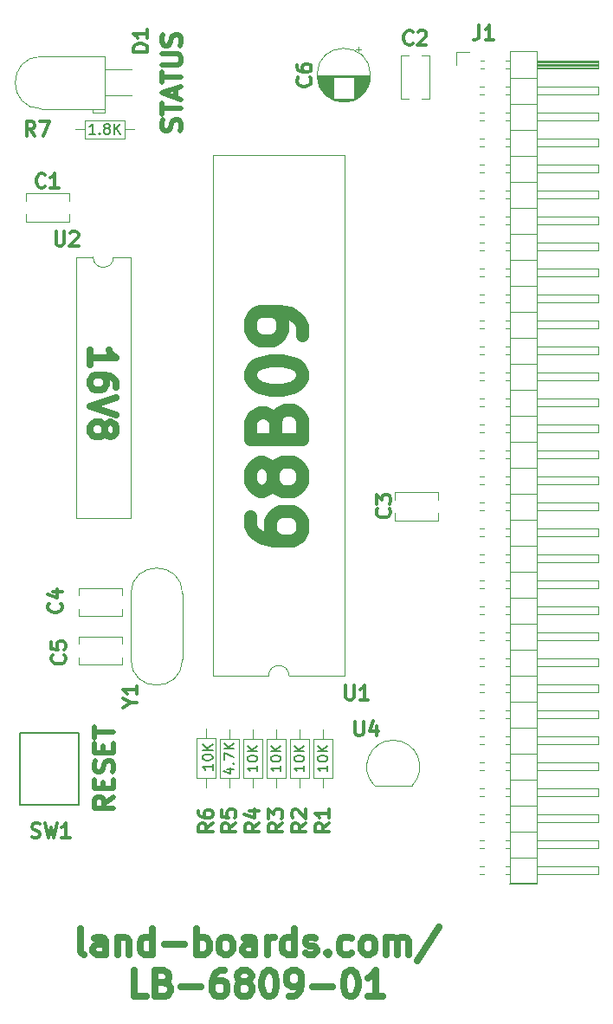
<source format=gto>
G04 #@! TF.GenerationSoftware,KiCad,Pcbnew,8.0.4*
G04 #@! TF.CreationDate,2024-09-17T06:44:16-04:00*
G04 #@! TF.ProjectId,LB-6809-01,4c422d36-3830-4392-9d30-312e6b696361,3*
G04 #@! TF.SameCoordinates,Original*
G04 #@! TF.FileFunction,Legend,Top*
G04 #@! TF.FilePolarity,Positive*
%FSLAX46Y46*%
G04 Gerber Fmt 4.6, Leading zero omitted, Abs format (unit mm)*
G04 Created by KiCad (PCBNEW 8.0.4) date 2024-09-17 06:44:16*
%MOMM*%
%LPD*%
G01*
G04 APERTURE LIST*
%ADD10C,0.476250*%
%ADD11C,1.270000*%
%ADD12C,0.635000*%
%ADD13C,0.317500*%
%ADD14C,0.150000*%
%ADD15C,0.120000*%
G04 APERTURE END LIST*
D10*
X142588524Y-126210785D02*
X141681381Y-126845785D01*
X142588524Y-127299356D02*
X140683524Y-127299356D01*
X140683524Y-127299356D02*
X140683524Y-126573642D01*
X140683524Y-126573642D02*
X140774238Y-126392213D01*
X140774238Y-126392213D02*
X140864952Y-126301499D01*
X140864952Y-126301499D02*
X141046381Y-126210785D01*
X141046381Y-126210785D02*
X141318524Y-126210785D01*
X141318524Y-126210785D02*
X141499952Y-126301499D01*
X141499952Y-126301499D02*
X141590667Y-126392213D01*
X141590667Y-126392213D02*
X141681381Y-126573642D01*
X141681381Y-126573642D02*
X141681381Y-127299356D01*
X141590667Y-125394356D02*
X141590667Y-124759356D01*
X142588524Y-124487213D02*
X142588524Y-125394356D01*
X142588524Y-125394356D02*
X140683524Y-125394356D01*
X140683524Y-125394356D02*
X140683524Y-124487213D01*
X142497810Y-123761499D02*
X142588524Y-123489357D01*
X142588524Y-123489357D02*
X142588524Y-123035785D01*
X142588524Y-123035785D02*
X142497810Y-122854357D01*
X142497810Y-122854357D02*
X142407095Y-122763642D01*
X142407095Y-122763642D02*
X142225667Y-122672928D01*
X142225667Y-122672928D02*
X142044238Y-122672928D01*
X142044238Y-122672928D02*
X141862810Y-122763642D01*
X141862810Y-122763642D02*
X141772095Y-122854357D01*
X141772095Y-122854357D02*
X141681381Y-123035785D01*
X141681381Y-123035785D02*
X141590667Y-123398642D01*
X141590667Y-123398642D02*
X141499952Y-123580071D01*
X141499952Y-123580071D02*
X141409238Y-123670785D01*
X141409238Y-123670785D02*
X141227810Y-123761499D01*
X141227810Y-123761499D02*
X141046381Y-123761499D01*
X141046381Y-123761499D02*
X140864952Y-123670785D01*
X140864952Y-123670785D02*
X140774238Y-123580071D01*
X140774238Y-123580071D02*
X140683524Y-123398642D01*
X140683524Y-123398642D02*
X140683524Y-122945071D01*
X140683524Y-122945071D02*
X140774238Y-122672928D01*
X141590667Y-121856499D02*
X141590667Y-121221499D01*
X142588524Y-120949356D02*
X142588524Y-121856499D01*
X142588524Y-121856499D02*
X140683524Y-121856499D01*
X140683524Y-121856499D02*
X140683524Y-120949356D01*
X140683524Y-120405071D02*
X140683524Y-119316500D01*
X142588524Y-119860785D02*
X140683524Y-119860785D01*
D11*
X155954064Y-98745523D02*
X155954064Y-99713142D01*
X155954064Y-99713142D02*
X156195969Y-100196951D01*
X156195969Y-100196951D02*
X156437874Y-100438856D01*
X156437874Y-100438856D02*
X157163588Y-100922666D01*
X157163588Y-100922666D02*
X158131207Y-101164570D01*
X158131207Y-101164570D02*
X160066445Y-101164570D01*
X160066445Y-101164570D02*
X160550255Y-100922666D01*
X160550255Y-100922666D02*
X160792160Y-100680761D01*
X160792160Y-100680761D02*
X161034064Y-100196951D01*
X161034064Y-100196951D02*
X161034064Y-99229332D01*
X161034064Y-99229332D02*
X160792160Y-98745523D01*
X160792160Y-98745523D02*
X160550255Y-98503618D01*
X160550255Y-98503618D02*
X160066445Y-98261713D01*
X160066445Y-98261713D02*
X158856921Y-98261713D01*
X158856921Y-98261713D02*
X158373112Y-98503618D01*
X158373112Y-98503618D02*
X158131207Y-98745523D01*
X158131207Y-98745523D02*
X157889302Y-99229332D01*
X157889302Y-99229332D02*
X157889302Y-100196951D01*
X157889302Y-100196951D02*
X158131207Y-100680761D01*
X158131207Y-100680761D02*
X158373112Y-100922666D01*
X158373112Y-100922666D02*
X158856921Y-101164570D01*
X158131207Y-95358856D02*
X157889302Y-95842666D01*
X157889302Y-95842666D02*
X157647398Y-96084571D01*
X157647398Y-96084571D02*
X157163588Y-96326475D01*
X157163588Y-96326475D02*
X156921683Y-96326475D01*
X156921683Y-96326475D02*
X156437874Y-96084571D01*
X156437874Y-96084571D02*
X156195969Y-95842666D01*
X156195969Y-95842666D02*
X155954064Y-95358856D01*
X155954064Y-95358856D02*
X155954064Y-94391237D01*
X155954064Y-94391237D02*
X156195969Y-93907428D01*
X156195969Y-93907428D02*
X156437874Y-93665523D01*
X156437874Y-93665523D02*
X156921683Y-93423618D01*
X156921683Y-93423618D02*
X157163588Y-93423618D01*
X157163588Y-93423618D02*
X157647398Y-93665523D01*
X157647398Y-93665523D02*
X157889302Y-93907428D01*
X157889302Y-93907428D02*
X158131207Y-94391237D01*
X158131207Y-94391237D02*
X158131207Y-95358856D01*
X158131207Y-95358856D02*
X158373112Y-95842666D01*
X158373112Y-95842666D02*
X158615017Y-96084571D01*
X158615017Y-96084571D02*
X159098826Y-96326475D01*
X159098826Y-96326475D02*
X160066445Y-96326475D01*
X160066445Y-96326475D02*
X160550255Y-96084571D01*
X160550255Y-96084571D02*
X160792160Y-95842666D01*
X160792160Y-95842666D02*
X161034064Y-95358856D01*
X161034064Y-95358856D02*
X161034064Y-94391237D01*
X161034064Y-94391237D02*
X160792160Y-93907428D01*
X160792160Y-93907428D02*
X160550255Y-93665523D01*
X160550255Y-93665523D02*
X160066445Y-93423618D01*
X160066445Y-93423618D02*
X159098826Y-93423618D01*
X159098826Y-93423618D02*
X158615017Y-93665523D01*
X158615017Y-93665523D02*
X158373112Y-93907428D01*
X158373112Y-93907428D02*
X158131207Y-94391237D01*
X158373112Y-89553142D02*
X158615017Y-88827428D01*
X158615017Y-88827428D02*
X158856921Y-88585523D01*
X158856921Y-88585523D02*
X159340731Y-88343619D01*
X159340731Y-88343619D02*
X160066445Y-88343619D01*
X160066445Y-88343619D02*
X160550255Y-88585523D01*
X160550255Y-88585523D02*
X160792160Y-88827428D01*
X160792160Y-88827428D02*
X161034064Y-89311238D01*
X161034064Y-89311238D02*
X161034064Y-91246476D01*
X161034064Y-91246476D02*
X155954064Y-91246476D01*
X155954064Y-91246476D02*
X155954064Y-89553142D01*
X155954064Y-89553142D02*
X156195969Y-89069333D01*
X156195969Y-89069333D02*
X156437874Y-88827428D01*
X156437874Y-88827428D02*
X156921683Y-88585523D01*
X156921683Y-88585523D02*
X157405493Y-88585523D01*
X157405493Y-88585523D02*
X157889302Y-88827428D01*
X157889302Y-88827428D02*
X158131207Y-89069333D01*
X158131207Y-89069333D02*
X158373112Y-89553142D01*
X158373112Y-89553142D02*
X158373112Y-91246476D01*
X155954064Y-85198857D02*
X155954064Y-84715047D01*
X155954064Y-84715047D02*
X156195969Y-84231238D01*
X156195969Y-84231238D02*
X156437874Y-83989333D01*
X156437874Y-83989333D02*
X156921683Y-83747428D01*
X156921683Y-83747428D02*
X157889302Y-83505523D01*
X157889302Y-83505523D02*
X159098826Y-83505523D01*
X159098826Y-83505523D02*
X160066445Y-83747428D01*
X160066445Y-83747428D02*
X160550255Y-83989333D01*
X160550255Y-83989333D02*
X160792160Y-84231238D01*
X160792160Y-84231238D02*
X161034064Y-84715047D01*
X161034064Y-84715047D02*
X161034064Y-85198857D01*
X161034064Y-85198857D02*
X160792160Y-85682666D01*
X160792160Y-85682666D02*
X160550255Y-85924571D01*
X160550255Y-85924571D02*
X160066445Y-86166476D01*
X160066445Y-86166476D02*
X159098826Y-86408380D01*
X159098826Y-86408380D02*
X157889302Y-86408380D01*
X157889302Y-86408380D02*
X156921683Y-86166476D01*
X156921683Y-86166476D02*
X156437874Y-85924571D01*
X156437874Y-85924571D02*
X156195969Y-85682666D01*
X156195969Y-85682666D02*
X155954064Y-85198857D01*
X161034064Y-81086476D02*
X161034064Y-80118857D01*
X161034064Y-80118857D02*
X160792160Y-79635047D01*
X160792160Y-79635047D02*
X160550255Y-79393143D01*
X160550255Y-79393143D02*
X159824540Y-78909333D01*
X159824540Y-78909333D02*
X158856921Y-78667428D01*
X158856921Y-78667428D02*
X156921683Y-78667428D01*
X156921683Y-78667428D02*
X156437874Y-78909333D01*
X156437874Y-78909333D02*
X156195969Y-79151238D01*
X156195969Y-79151238D02*
X155954064Y-79635047D01*
X155954064Y-79635047D02*
X155954064Y-80602666D01*
X155954064Y-80602666D02*
X156195969Y-81086476D01*
X156195969Y-81086476D02*
X156437874Y-81328381D01*
X156437874Y-81328381D02*
X156921683Y-81570285D01*
X156921683Y-81570285D02*
X158131207Y-81570285D01*
X158131207Y-81570285D02*
X158615017Y-81328381D01*
X158615017Y-81328381D02*
X158856921Y-81086476D01*
X158856921Y-81086476D02*
X159098826Y-80602666D01*
X159098826Y-80602666D02*
X159098826Y-79635047D01*
X159098826Y-79635047D02*
X158856921Y-79151238D01*
X158856921Y-79151238D02*
X158615017Y-78909333D01*
X158615017Y-78909333D02*
X158131207Y-78667428D01*
D10*
X149101810Y-61105142D02*
X149192524Y-60833000D01*
X149192524Y-60833000D02*
X149192524Y-60379428D01*
X149192524Y-60379428D02*
X149101810Y-60198000D01*
X149101810Y-60198000D02*
X149011095Y-60107285D01*
X149011095Y-60107285D02*
X148829667Y-60016571D01*
X148829667Y-60016571D02*
X148648238Y-60016571D01*
X148648238Y-60016571D02*
X148466810Y-60107285D01*
X148466810Y-60107285D02*
X148376095Y-60198000D01*
X148376095Y-60198000D02*
X148285381Y-60379428D01*
X148285381Y-60379428D02*
X148194667Y-60742285D01*
X148194667Y-60742285D02*
X148103952Y-60923714D01*
X148103952Y-60923714D02*
X148013238Y-61014428D01*
X148013238Y-61014428D02*
X147831810Y-61105142D01*
X147831810Y-61105142D02*
X147650381Y-61105142D01*
X147650381Y-61105142D02*
X147468952Y-61014428D01*
X147468952Y-61014428D02*
X147378238Y-60923714D01*
X147378238Y-60923714D02*
X147287524Y-60742285D01*
X147287524Y-60742285D02*
X147287524Y-60288714D01*
X147287524Y-60288714D02*
X147378238Y-60016571D01*
X147287524Y-59472285D02*
X147287524Y-58383714D01*
X149192524Y-58927999D02*
X147287524Y-58927999D01*
X148648238Y-57839427D02*
X148648238Y-56932285D01*
X149192524Y-58020856D02*
X147287524Y-57385856D01*
X147287524Y-57385856D02*
X149192524Y-56750856D01*
X147287524Y-56387999D02*
X147287524Y-55299428D01*
X149192524Y-55843713D02*
X147287524Y-55843713D01*
X147287524Y-54664427D02*
X148829667Y-54664427D01*
X148829667Y-54664427D02*
X149011095Y-54573713D01*
X149011095Y-54573713D02*
X149101810Y-54482999D01*
X149101810Y-54482999D02*
X149192524Y-54301570D01*
X149192524Y-54301570D02*
X149192524Y-53938713D01*
X149192524Y-53938713D02*
X149101810Y-53757284D01*
X149101810Y-53757284D02*
X149011095Y-53666570D01*
X149011095Y-53666570D02*
X148829667Y-53575856D01*
X148829667Y-53575856D02*
X147287524Y-53575856D01*
X149101810Y-52759427D02*
X149192524Y-52487285D01*
X149192524Y-52487285D02*
X149192524Y-52033713D01*
X149192524Y-52033713D02*
X149101810Y-51852285D01*
X149101810Y-51852285D02*
X149011095Y-51761570D01*
X149011095Y-51761570D02*
X148829667Y-51670856D01*
X148829667Y-51670856D02*
X148648238Y-51670856D01*
X148648238Y-51670856D02*
X148466810Y-51761570D01*
X148466810Y-51761570D02*
X148376095Y-51852285D01*
X148376095Y-51852285D02*
X148285381Y-52033713D01*
X148285381Y-52033713D02*
X148194667Y-52396570D01*
X148194667Y-52396570D02*
X148103952Y-52577999D01*
X148103952Y-52577999D02*
X148013238Y-52668713D01*
X148013238Y-52668713D02*
X147831810Y-52759427D01*
X147831810Y-52759427D02*
X147650381Y-52759427D01*
X147650381Y-52759427D02*
X147468952Y-52668713D01*
X147468952Y-52668713D02*
X147378238Y-52577999D01*
X147378238Y-52577999D02*
X147287524Y-52396570D01*
X147287524Y-52396570D02*
X147287524Y-51942999D01*
X147287524Y-51942999D02*
X147378238Y-51670856D01*
D12*
X140310567Y-83984495D02*
X140310567Y-82533066D01*
X140310567Y-83258780D02*
X142850567Y-83258780D01*
X142850567Y-83258780D02*
X142487710Y-83016876D01*
X142487710Y-83016876D02*
X142245805Y-82774971D01*
X142245805Y-82774971D02*
X142124853Y-82533066D01*
X142850567Y-86161638D02*
X142850567Y-85677828D01*
X142850567Y-85677828D02*
X142729615Y-85435924D01*
X142729615Y-85435924D02*
X142608662Y-85314971D01*
X142608662Y-85314971D02*
X142245805Y-85073066D01*
X142245805Y-85073066D02*
X141761996Y-84952114D01*
X141761996Y-84952114D02*
X140794377Y-84952114D01*
X140794377Y-84952114D02*
X140552472Y-85073066D01*
X140552472Y-85073066D02*
X140431520Y-85194019D01*
X140431520Y-85194019D02*
X140310567Y-85435924D01*
X140310567Y-85435924D02*
X140310567Y-85919733D01*
X140310567Y-85919733D02*
X140431520Y-86161638D01*
X140431520Y-86161638D02*
X140552472Y-86282590D01*
X140552472Y-86282590D02*
X140794377Y-86403543D01*
X140794377Y-86403543D02*
X141399139Y-86403543D01*
X141399139Y-86403543D02*
X141641043Y-86282590D01*
X141641043Y-86282590D02*
X141761996Y-86161638D01*
X141761996Y-86161638D02*
X141882948Y-85919733D01*
X141882948Y-85919733D02*
X141882948Y-85435924D01*
X141882948Y-85435924D02*
X141761996Y-85194019D01*
X141761996Y-85194019D02*
X141641043Y-85073066D01*
X141641043Y-85073066D02*
X141399139Y-84952114D01*
X142850567Y-87129257D02*
X140310567Y-87975924D01*
X140310567Y-87975924D02*
X142850567Y-88822591D01*
X141761996Y-90032115D02*
X141882948Y-89790210D01*
X141882948Y-89790210D02*
X142003900Y-89669257D01*
X142003900Y-89669257D02*
X142245805Y-89548305D01*
X142245805Y-89548305D02*
X142366758Y-89548305D01*
X142366758Y-89548305D02*
X142608662Y-89669257D01*
X142608662Y-89669257D02*
X142729615Y-89790210D01*
X142729615Y-89790210D02*
X142850567Y-90032115D01*
X142850567Y-90032115D02*
X142850567Y-90515924D01*
X142850567Y-90515924D02*
X142729615Y-90757829D01*
X142729615Y-90757829D02*
X142608662Y-90878781D01*
X142608662Y-90878781D02*
X142366758Y-90999734D01*
X142366758Y-90999734D02*
X142245805Y-90999734D01*
X142245805Y-90999734D02*
X142003900Y-90878781D01*
X142003900Y-90878781D02*
X141882948Y-90757829D01*
X141882948Y-90757829D02*
X141761996Y-90515924D01*
X141761996Y-90515924D02*
X141761996Y-90032115D01*
X141761996Y-90032115D02*
X141641043Y-89790210D01*
X141641043Y-89790210D02*
X141520091Y-89669257D01*
X141520091Y-89669257D02*
X141278186Y-89548305D01*
X141278186Y-89548305D02*
X140794377Y-89548305D01*
X140794377Y-89548305D02*
X140552472Y-89669257D01*
X140552472Y-89669257D02*
X140431520Y-89790210D01*
X140431520Y-89790210D02*
X140310567Y-90032115D01*
X140310567Y-90032115D02*
X140310567Y-90515924D01*
X140310567Y-90515924D02*
X140431520Y-90757829D01*
X140431520Y-90757829D02*
X140552472Y-90878781D01*
X140552472Y-90878781D02*
X140794377Y-90999734D01*
X140794377Y-90999734D02*
X141278186Y-90999734D01*
X141278186Y-90999734D02*
X141520091Y-90878781D01*
X141520091Y-90878781D02*
X141641043Y-90757829D01*
X141641043Y-90757829D02*
X141761996Y-90515924D01*
X139724192Y-141591403D02*
X139482287Y-141470451D01*
X139482287Y-141470451D02*
X139361334Y-141228546D01*
X139361334Y-141228546D02*
X139361334Y-139051403D01*
X141780382Y-141591403D02*
X141780382Y-140260927D01*
X141780382Y-140260927D02*
X141659429Y-140019022D01*
X141659429Y-140019022D02*
X141417525Y-139898070D01*
X141417525Y-139898070D02*
X140933715Y-139898070D01*
X140933715Y-139898070D02*
X140691810Y-140019022D01*
X141780382Y-141470451D02*
X141538477Y-141591403D01*
X141538477Y-141591403D02*
X140933715Y-141591403D01*
X140933715Y-141591403D02*
X140691810Y-141470451D01*
X140691810Y-141470451D02*
X140570858Y-141228546D01*
X140570858Y-141228546D02*
X140570858Y-140986641D01*
X140570858Y-140986641D02*
X140691810Y-140744736D01*
X140691810Y-140744736D02*
X140933715Y-140623784D01*
X140933715Y-140623784D02*
X141538477Y-140623784D01*
X141538477Y-140623784D02*
X141780382Y-140502831D01*
X142989905Y-139898070D02*
X142989905Y-141591403D01*
X142989905Y-140139974D02*
X143110858Y-140019022D01*
X143110858Y-140019022D02*
X143352763Y-139898070D01*
X143352763Y-139898070D02*
X143715620Y-139898070D01*
X143715620Y-139898070D02*
X143957524Y-140019022D01*
X143957524Y-140019022D02*
X144078477Y-140260927D01*
X144078477Y-140260927D02*
X144078477Y-141591403D01*
X146376572Y-141591403D02*
X146376572Y-139051403D01*
X146376572Y-141470451D02*
X146134667Y-141591403D01*
X146134667Y-141591403D02*
X145650858Y-141591403D01*
X145650858Y-141591403D02*
X145408953Y-141470451D01*
X145408953Y-141470451D02*
X145288000Y-141349498D01*
X145288000Y-141349498D02*
X145167048Y-141107593D01*
X145167048Y-141107593D02*
X145167048Y-140381879D01*
X145167048Y-140381879D02*
X145288000Y-140139974D01*
X145288000Y-140139974D02*
X145408953Y-140019022D01*
X145408953Y-140019022D02*
X145650858Y-139898070D01*
X145650858Y-139898070D02*
X146134667Y-139898070D01*
X146134667Y-139898070D02*
X146376572Y-140019022D01*
X147586095Y-140623784D02*
X149521334Y-140623784D01*
X150730857Y-141591403D02*
X150730857Y-139051403D01*
X150730857Y-140019022D02*
X150972762Y-139898070D01*
X150972762Y-139898070D02*
X151456572Y-139898070D01*
X151456572Y-139898070D02*
X151698476Y-140019022D01*
X151698476Y-140019022D02*
X151819429Y-140139974D01*
X151819429Y-140139974D02*
X151940381Y-140381879D01*
X151940381Y-140381879D02*
X151940381Y-141107593D01*
X151940381Y-141107593D02*
X151819429Y-141349498D01*
X151819429Y-141349498D02*
X151698476Y-141470451D01*
X151698476Y-141470451D02*
X151456572Y-141591403D01*
X151456572Y-141591403D02*
X150972762Y-141591403D01*
X150972762Y-141591403D02*
X150730857Y-141470451D01*
X153391810Y-141591403D02*
X153149905Y-141470451D01*
X153149905Y-141470451D02*
X153028952Y-141349498D01*
X153028952Y-141349498D02*
X152908000Y-141107593D01*
X152908000Y-141107593D02*
X152908000Y-140381879D01*
X152908000Y-140381879D02*
X153028952Y-140139974D01*
X153028952Y-140139974D02*
X153149905Y-140019022D01*
X153149905Y-140019022D02*
X153391810Y-139898070D01*
X153391810Y-139898070D02*
X153754667Y-139898070D01*
X153754667Y-139898070D02*
X153996571Y-140019022D01*
X153996571Y-140019022D02*
X154117524Y-140139974D01*
X154117524Y-140139974D02*
X154238476Y-140381879D01*
X154238476Y-140381879D02*
X154238476Y-141107593D01*
X154238476Y-141107593D02*
X154117524Y-141349498D01*
X154117524Y-141349498D02*
X153996571Y-141470451D01*
X153996571Y-141470451D02*
X153754667Y-141591403D01*
X153754667Y-141591403D02*
X153391810Y-141591403D01*
X156415619Y-141591403D02*
X156415619Y-140260927D01*
X156415619Y-140260927D02*
X156294666Y-140019022D01*
X156294666Y-140019022D02*
X156052762Y-139898070D01*
X156052762Y-139898070D02*
X155568952Y-139898070D01*
X155568952Y-139898070D02*
X155327047Y-140019022D01*
X156415619Y-141470451D02*
X156173714Y-141591403D01*
X156173714Y-141591403D02*
X155568952Y-141591403D01*
X155568952Y-141591403D02*
X155327047Y-141470451D01*
X155327047Y-141470451D02*
X155206095Y-141228546D01*
X155206095Y-141228546D02*
X155206095Y-140986641D01*
X155206095Y-140986641D02*
X155327047Y-140744736D01*
X155327047Y-140744736D02*
X155568952Y-140623784D01*
X155568952Y-140623784D02*
X156173714Y-140623784D01*
X156173714Y-140623784D02*
X156415619Y-140502831D01*
X157625142Y-141591403D02*
X157625142Y-139898070D01*
X157625142Y-140381879D02*
X157746095Y-140139974D01*
X157746095Y-140139974D02*
X157867047Y-140019022D01*
X157867047Y-140019022D02*
X158108952Y-139898070D01*
X158108952Y-139898070D02*
X158350857Y-139898070D01*
X160286095Y-141591403D02*
X160286095Y-139051403D01*
X160286095Y-141470451D02*
X160044190Y-141591403D01*
X160044190Y-141591403D02*
X159560381Y-141591403D01*
X159560381Y-141591403D02*
X159318476Y-141470451D01*
X159318476Y-141470451D02*
X159197523Y-141349498D01*
X159197523Y-141349498D02*
X159076571Y-141107593D01*
X159076571Y-141107593D02*
X159076571Y-140381879D01*
X159076571Y-140381879D02*
X159197523Y-140139974D01*
X159197523Y-140139974D02*
X159318476Y-140019022D01*
X159318476Y-140019022D02*
X159560381Y-139898070D01*
X159560381Y-139898070D02*
X160044190Y-139898070D01*
X160044190Y-139898070D02*
X160286095Y-140019022D01*
X161374666Y-141470451D02*
X161616571Y-141591403D01*
X161616571Y-141591403D02*
X162100380Y-141591403D01*
X162100380Y-141591403D02*
X162342285Y-141470451D01*
X162342285Y-141470451D02*
X162463237Y-141228546D01*
X162463237Y-141228546D02*
X162463237Y-141107593D01*
X162463237Y-141107593D02*
X162342285Y-140865689D01*
X162342285Y-140865689D02*
X162100380Y-140744736D01*
X162100380Y-140744736D02*
X161737523Y-140744736D01*
X161737523Y-140744736D02*
X161495618Y-140623784D01*
X161495618Y-140623784D02*
X161374666Y-140381879D01*
X161374666Y-140381879D02*
X161374666Y-140260927D01*
X161374666Y-140260927D02*
X161495618Y-140019022D01*
X161495618Y-140019022D02*
X161737523Y-139898070D01*
X161737523Y-139898070D02*
X162100380Y-139898070D01*
X162100380Y-139898070D02*
X162342285Y-140019022D01*
X163551808Y-141349498D02*
X163672761Y-141470451D01*
X163672761Y-141470451D02*
X163551808Y-141591403D01*
X163551808Y-141591403D02*
X163430856Y-141470451D01*
X163430856Y-141470451D02*
X163551808Y-141349498D01*
X163551808Y-141349498D02*
X163551808Y-141591403D01*
X165849904Y-141470451D02*
X165607999Y-141591403D01*
X165607999Y-141591403D02*
X165124190Y-141591403D01*
X165124190Y-141591403D02*
X164882285Y-141470451D01*
X164882285Y-141470451D02*
X164761332Y-141349498D01*
X164761332Y-141349498D02*
X164640380Y-141107593D01*
X164640380Y-141107593D02*
X164640380Y-140381879D01*
X164640380Y-140381879D02*
X164761332Y-140139974D01*
X164761332Y-140139974D02*
X164882285Y-140019022D01*
X164882285Y-140019022D02*
X165124190Y-139898070D01*
X165124190Y-139898070D02*
X165607999Y-139898070D01*
X165607999Y-139898070D02*
X165849904Y-140019022D01*
X167301333Y-141591403D02*
X167059428Y-141470451D01*
X167059428Y-141470451D02*
X166938475Y-141349498D01*
X166938475Y-141349498D02*
X166817523Y-141107593D01*
X166817523Y-141107593D02*
X166817523Y-140381879D01*
X166817523Y-140381879D02*
X166938475Y-140139974D01*
X166938475Y-140139974D02*
X167059428Y-140019022D01*
X167059428Y-140019022D02*
X167301333Y-139898070D01*
X167301333Y-139898070D02*
X167664190Y-139898070D01*
X167664190Y-139898070D02*
X167906094Y-140019022D01*
X167906094Y-140019022D02*
X168027047Y-140139974D01*
X168027047Y-140139974D02*
X168147999Y-140381879D01*
X168147999Y-140381879D02*
X168147999Y-141107593D01*
X168147999Y-141107593D02*
X168027047Y-141349498D01*
X168027047Y-141349498D02*
X167906094Y-141470451D01*
X167906094Y-141470451D02*
X167664190Y-141591403D01*
X167664190Y-141591403D02*
X167301333Y-141591403D01*
X169236570Y-141591403D02*
X169236570Y-139898070D01*
X169236570Y-140139974D02*
X169357523Y-140019022D01*
X169357523Y-140019022D02*
X169599428Y-139898070D01*
X169599428Y-139898070D02*
X169962285Y-139898070D01*
X169962285Y-139898070D02*
X170204189Y-140019022D01*
X170204189Y-140019022D02*
X170325142Y-140260927D01*
X170325142Y-140260927D02*
X170325142Y-141591403D01*
X170325142Y-140260927D02*
X170446094Y-140019022D01*
X170446094Y-140019022D02*
X170687999Y-139898070D01*
X170687999Y-139898070D02*
X171050856Y-139898070D01*
X171050856Y-139898070D02*
X171292761Y-140019022D01*
X171292761Y-140019022D02*
X171413713Y-140260927D01*
X171413713Y-140260927D02*
X171413713Y-141591403D01*
X174437523Y-138930451D02*
X172260380Y-142196165D01*
X145832284Y-145680661D02*
X144622760Y-145680661D01*
X144622760Y-145680661D02*
X144622760Y-143140661D01*
X147525617Y-144350185D02*
X147888474Y-144471137D01*
X147888474Y-144471137D02*
X148009427Y-144592089D01*
X148009427Y-144592089D02*
X148130379Y-144833994D01*
X148130379Y-144833994D02*
X148130379Y-145196851D01*
X148130379Y-145196851D02*
X148009427Y-145438756D01*
X148009427Y-145438756D02*
X147888474Y-145559709D01*
X147888474Y-145559709D02*
X147646569Y-145680661D01*
X147646569Y-145680661D02*
X146678950Y-145680661D01*
X146678950Y-145680661D02*
X146678950Y-143140661D01*
X146678950Y-143140661D02*
X147525617Y-143140661D01*
X147525617Y-143140661D02*
X147767522Y-143261613D01*
X147767522Y-143261613D02*
X147888474Y-143382566D01*
X147888474Y-143382566D02*
X148009427Y-143624470D01*
X148009427Y-143624470D02*
X148009427Y-143866375D01*
X148009427Y-143866375D02*
X147888474Y-144108280D01*
X147888474Y-144108280D02*
X147767522Y-144229232D01*
X147767522Y-144229232D02*
X147525617Y-144350185D01*
X147525617Y-144350185D02*
X146678950Y-144350185D01*
X149218950Y-144713042D02*
X151154189Y-144713042D01*
X153452284Y-143140661D02*
X152968474Y-143140661D01*
X152968474Y-143140661D02*
X152726570Y-143261613D01*
X152726570Y-143261613D02*
X152605617Y-143382566D01*
X152605617Y-143382566D02*
X152363712Y-143745423D01*
X152363712Y-143745423D02*
X152242760Y-144229232D01*
X152242760Y-144229232D02*
X152242760Y-145196851D01*
X152242760Y-145196851D02*
X152363712Y-145438756D01*
X152363712Y-145438756D02*
X152484665Y-145559709D01*
X152484665Y-145559709D02*
X152726570Y-145680661D01*
X152726570Y-145680661D02*
X153210379Y-145680661D01*
X153210379Y-145680661D02*
X153452284Y-145559709D01*
X153452284Y-145559709D02*
X153573236Y-145438756D01*
X153573236Y-145438756D02*
X153694189Y-145196851D01*
X153694189Y-145196851D02*
X153694189Y-144592089D01*
X153694189Y-144592089D02*
X153573236Y-144350185D01*
X153573236Y-144350185D02*
X153452284Y-144229232D01*
X153452284Y-144229232D02*
X153210379Y-144108280D01*
X153210379Y-144108280D02*
X152726570Y-144108280D01*
X152726570Y-144108280D02*
X152484665Y-144229232D01*
X152484665Y-144229232D02*
X152363712Y-144350185D01*
X152363712Y-144350185D02*
X152242760Y-144592089D01*
X155145618Y-144229232D02*
X154903713Y-144108280D01*
X154903713Y-144108280D02*
X154782760Y-143987328D01*
X154782760Y-143987328D02*
X154661808Y-143745423D01*
X154661808Y-143745423D02*
X154661808Y-143624470D01*
X154661808Y-143624470D02*
X154782760Y-143382566D01*
X154782760Y-143382566D02*
X154903713Y-143261613D01*
X154903713Y-143261613D02*
X155145618Y-143140661D01*
X155145618Y-143140661D02*
X155629427Y-143140661D01*
X155629427Y-143140661D02*
X155871332Y-143261613D01*
X155871332Y-143261613D02*
X155992284Y-143382566D01*
X155992284Y-143382566D02*
X156113237Y-143624470D01*
X156113237Y-143624470D02*
X156113237Y-143745423D01*
X156113237Y-143745423D02*
X155992284Y-143987328D01*
X155992284Y-143987328D02*
X155871332Y-144108280D01*
X155871332Y-144108280D02*
X155629427Y-144229232D01*
X155629427Y-144229232D02*
X155145618Y-144229232D01*
X155145618Y-144229232D02*
X154903713Y-144350185D01*
X154903713Y-144350185D02*
X154782760Y-144471137D01*
X154782760Y-144471137D02*
X154661808Y-144713042D01*
X154661808Y-144713042D02*
X154661808Y-145196851D01*
X154661808Y-145196851D02*
X154782760Y-145438756D01*
X154782760Y-145438756D02*
X154903713Y-145559709D01*
X154903713Y-145559709D02*
X155145618Y-145680661D01*
X155145618Y-145680661D02*
X155629427Y-145680661D01*
X155629427Y-145680661D02*
X155871332Y-145559709D01*
X155871332Y-145559709D02*
X155992284Y-145438756D01*
X155992284Y-145438756D02*
X156113237Y-145196851D01*
X156113237Y-145196851D02*
X156113237Y-144713042D01*
X156113237Y-144713042D02*
X155992284Y-144471137D01*
X155992284Y-144471137D02*
X155871332Y-144350185D01*
X155871332Y-144350185D02*
X155629427Y-144229232D01*
X157685618Y-143140661D02*
X157927523Y-143140661D01*
X157927523Y-143140661D02*
X158169427Y-143261613D01*
X158169427Y-143261613D02*
X158290380Y-143382566D01*
X158290380Y-143382566D02*
X158411332Y-143624470D01*
X158411332Y-143624470D02*
X158532285Y-144108280D01*
X158532285Y-144108280D02*
X158532285Y-144713042D01*
X158532285Y-144713042D02*
X158411332Y-145196851D01*
X158411332Y-145196851D02*
X158290380Y-145438756D01*
X158290380Y-145438756D02*
X158169427Y-145559709D01*
X158169427Y-145559709D02*
X157927523Y-145680661D01*
X157927523Y-145680661D02*
X157685618Y-145680661D01*
X157685618Y-145680661D02*
X157443713Y-145559709D01*
X157443713Y-145559709D02*
X157322761Y-145438756D01*
X157322761Y-145438756D02*
X157201808Y-145196851D01*
X157201808Y-145196851D02*
X157080856Y-144713042D01*
X157080856Y-144713042D02*
X157080856Y-144108280D01*
X157080856Y-144108280D02*
X157201808Y-143624470D01*
X157201808Y-143624470D02*
X157322761Y-143382566D01*
X157322761Y-143382566D02*
X157443713Y-143261613D01*
X157443713Y-143261613D02*
X157685618Y-143140661D01*
X159741809Y-145680661D02*
X160225618Y-145680661D01*
X160225618Y-145680661D02*
X160467523Y-145559709D01*
X160467523Y-145559709D02*
X160588475Y-145438756D01*
X160588475Y-145438756D02*
X160830380Y-145075899D01*
X160830380Y-145075899D02*
X160951333Y-144592089D01*
X160951333Y-144592089D02*
X160951333Y-143624470D01*
X160951333Y-143624470D02*
X160830380Y-143382566D01*
X160830380Y-143382566D02*
X160709428Y-143261613D01*
X160709428Y-143261613D02*
X160467523Y-143140661D01*
X160467523Y-143140661D02*
X159983714Y-143140661D01*
X159983714Y-143140661D02*
X159741809Y-143261613D01*
X159741809Y-143261613D02*
X159620856Y-143382566D01*
X159620856Y-143382566D02*
X159499904Y-143624470D01*
X159499904Y-143624470D02*
X159499904Y-144229232D01*
X159499904Y-144229232D02*
X159620856Y-144471137D01*
X159620856Y-144471137D02*
X159741809Y-144592089D01*
X159741809Y-144592089D02*
X159983714Y-144713042D01*
X159983714Y-144713042D02*
X160467523Y-144713042D01*
X160467523Y-144713042D02*
X160709428Y-144592089D01*
X160709428Y-144592089D02*
X160830380Y-144471137D01*
X160830380Y-144471137D02*
X160951333Y-144229232D01*
X162039904Y-144713042D02*
X163975143Y-144713042D01*
X165668476Y-143140661D02*
X165910381Y-143140661D01*
X165910381Y-143140661D02*
X166152285Y-143261613D01*
X166152285Y-143261613D02*
X166273238Y-143382566D01*
X166273238Y-143382566D02*
X166394190Y-143624470D01*
X166394190Y-143624470D02*
X166515143Y-144108280D01*
X166515143Y-144108280D02*
X166515143Y-144713042D01*
X166515143Y-144713042D02*
X166394190Y-145196851D01*
X166394190Y-145196851D02*
X166273238Y-145438756D01*
X166273238Y-145438756D02*
X166152285Y-145559709D01*
X166152285Y-145559709D02*
X165910381Y-145680661D01*
X165910381Y-145680661D02*
X165668476Y-145680661D01*
X165668476Y-145680661D02*
X165426571Y-145559709D01*
X165426571Y-145559709D02*
X165305619Y-145438756D01*
X165305619Y-145438756D02*
X165184666Y-145196851D01*
X165184666Y-145196851D02*
X165063714Y-144713042D01*
X165063714Y-144713042D02*
X165063714Y-144108280D01*
X165063714Y-144108280D02*
X165184666Y-143624470D01*
X165184666Y-143624470D02*
X165305619Y-143382566D01*
X165305619Y-143382566D02*
X165426571Y-143261613D01*
X165426571Y-143261613D02*
X165668476Y-143140661D01*
X168934191Y-145680661D02*
X167482762Y-145680661D01*
X168208476Y-145680661D02*
X168208476Y-143140661D01*
X168208476Y-143140661D02*
X167966572Y-143503518D01*
X167966572Y-143503518D02*
X167724667Y-143745423D01*
X167724667Y-143745423D02*
X167482762Y-143866375D01*
D13*
X178350333Y-50794768D02*
X178350333Y-51792625D01*
X178350333Y-51792625D02*
X178283810Y-51992197D01*
X178283810Y-51992197D02*
X178150762Y-52125245D01*
X178150762Y-52125245D02*
X177951191Y-52191768D01*
X177951191Y-52191768D02*
X177818143Y-52191768D01*
X179747333Y-52191768D02*
X178949048Y-52191768D01*
X179348191Y-52191768D02*
X179348191Y-50794768D01*
X179348191Y-50794768D02*
X179215143Y-50994340D01*
X179215143Y-50994340D02*
X179082095Y-51127387D01*
X179082095Y-51127387D02*
X178949048Y-51193911D01*
X165305619Y-115310768D02*
X165305619Y-116441673D01*
X165305619Y-116441673D02*
X165372142Y-116574721D01*
X165372142Y-116574721D02*
X165438666Y-116641245D01*
X165438666Y-116641245D02*
X165571714Y-116707768D01*
X165571714Y-116707768D02*
X165837809Y-116707768D01*
X165837809Y-116707768D02*
X165970857Y-116641245D01*
X165970857Y-116641245D02*
X166037380Y-116574721D01*
X166037380Y-116574721D02*
X166103904Y-116441673D01*
X166103904Y-116441673D02*
X166103904Y-115310768D01*
X167500904Y-116707768D02*
X166702619Y-116707768D01*
X167101762Y-116707768D02*
X167101762Y-115310768D01*
X167101762Y-115310768D02*
X166968714Y-115510340D01*
X166968714Y-115510340D02*
X166835666Y-115643387D01*
X166835666Y-115643387D02*
X166702619Y-115709911D01*
X154553768Y-128756833D02*
X153888530Y-129222499D01*
X154553768Y-129555118D02*
X153156768Y-129555118D01*
X153156768Y-129555118D02*
X153156768Y-129022928D01*
X153156768Y-129022928D02*
X153223292Y-128889880D01*
X153223292Y-128889880D02*
X153289816Y-128823357D01*
X153289816Y-128823357D02*
X153422864Y-128756833D01*
X153422864Y-128756833D02*
X153622435Y-128756833D01*
X153622435Y-128756833D02*
X153755483Y-128823357D01*
X153755483Y-128823357D02*
X153822006Y-128889880D01*
X153822006Y-128889880D02*
X153888530Y-129022928D01*
X153888530Y-129022928D02*
X153888530Y-129555118D01*
X153156768Y-127492880D02*
X153156768Y-128158118D01*
X153156768Y-128158118D02*
X153822006Y-128224642D01*
X153822006Y-128224642D02*
X153755483Y-128158118D01*
X153755483Y-128158118D02*
X153688959Y-128025071D01*
X153688959Y-128025071D02*
X153688959Y-127692452D01*
X153688959Y-127692452D02*
X153755483Y-127559404D01*
X153755483Y-127559404D02*
X153822006Y-127492880D01*
X153822006Y-127492880D02*
X153955054Y-127426357D01*
X153955054Y-127426357D02*
X154287673Y-127426357D01*
X154287673Y-127426357D02*
X154420721Y-127492880D01*
X154420721Y-127492880D02*
X154487245Y-127559404D01*
X154487245Y-127559404D02*
X154553768Y-127692452D01*
X154553768Y-127692452D02*
X154553768Y-128025071D01*
X154553768Y-128025071D02*
X154487245Y-128158118D01*
X154487245Y-128158118D02*
X154420721Y-128224642D01*
D14*
X153712152Y-123451809D02*
X154378819Y-123451809D01*
X153331200Y-123689904D02*
X154045485Y-123927999D01*
X154045485Y-123927999D02*
X154045485Y-123308952D01*
X154283580Y-122927999D02*
X154331200Y-122880380D01*
X154331200Y-122880380D02*
X154378819Y-122927999D01*
X154378819Y-122927999D02*
X154331200Y-122975618D01*
X154331200Y-122975618D02*
X154283580Y-122927999D01*
X154283580Y-122927999D02*
X154378819Y-122927999D01*
X153378819Y-122547047D02*
X153378819Y-121880381D01*
X153378819Y-121880381D02*
X154378819Y-122308952D01*
X154378819Y-121499428D02*
X153378819Y-121499428D01*
X154378819Y-120928000D02*
X153807390Y-121356571D01*
X153378819Y-120928000D02*
X153950247Y-121499428D01*
D13*
X159125768Y-128756833D02*
X158460530Y-129222499D01*
X159125768Y-129555118D02*
X157728768Y-129555118D01*
X157728768Y-129555118D02*
X157728768Y-129022928D01*
X157728768Y-129022928D02*
X157795292Y-128889880D01*
X157795292Y-128889880D02*
X157861816Y-128823357D01*
X157861816Y-128823357D02*
X157994864Y-128756833D01*
X157994864Y-128756833D02*
X158194435Y-128756833D01*
X158194435Y-128756833D02*
X158327483Y-128823357D01*
X158327483Y-128823357D02*
X158394006Y-128889880D01*
X158394006Y-128889880D02*
X158460530Y-129022928D01*
X158460530Y-129022928D02*
X158460530Y-129555118D01*
X157728768Y-128291166D02*
X157728768Y-127426357D01*
X157728768Y-127426357D02*
X158260959Y-127892023D01*
X158260959Y-127892023D02*
X158260959Y-127692452D01*
X158260959Y-127692452D02*
X158327483Y-127559404D01*
X158327483Y-127559404D02*
X158394006Y-127492880D01*
X158394006Y-127492880D02*
X158527054Y-127426357D01*
X158527054Y-127426357D02*
X158859673Y-127426357D01*
X158859673Y-127426357D02*
X158992721Y-127492880D01*
X158992721Y-127492880D02*
X159059245Y-127559404D01*
X159059245Y-127559404D02*
X159125768Y-127692452D01*
X159125768Y-127692452D02*
X159125768Y-128091595D01*
X159125768Y-128091595D02*
X159059245Y-128224642D01*
X159059245Y-128224642D02*
X158992721Y-128291166D01*
D14*
X158950819Y-123118476D02*
X158950819Y-123689904D01*
X158950819Y-123404190D02*
X157950819Y-123404190D01*
X157950819Y-123404190D02*
X158093676Y-123499428D01*
X158093676Y-123499428D02*
X158188914Y-123594666D01*
X158188914Y-123594666D02*
X158236533Y-123689904D01*
X157950819Y-122499428D02*
X157950819Y-122404190D01*
X157950819Y-122404190D02*
X157998438Y-122308952D01*
X157998438Y-122308952D02*
X158046057Y-122261333D01*
X158046057Y-122261333D02*
X158141295Y-122213714D01*
X158141295Y-122213714D02*
X158331771Y-122166095D01*
X158331771Y-122166095D02*
X158569866Y-122166095D01*
X158569866Y-122166095D02*
X158760342Y-122213714D01*
X158760342Y-122213714D02*
X158855580Y-122261333D01*
X158855580Y-122261333D02*
X158903200Y-122308952D01*
X158903200Y-122308952D02*
X158950819Y-122404190D01*
X158950819Y-122404190D02*
X158950819Y-122499428D01*
X158950819Y-122499428D02*
X158903200Y-122594666D01*
X158903200Y-122594666D02*
X158855580Y-122642285D01*
X158855580Y-122642285D02*
X158760342Y-122689904D01*
X158760342Y-122689904D02*
X158569866Y-122737523D01*
X158569866Y-122737523D02*
X158331771Y-122737523D01*
X158331771Y-122737523D02*
X158141295Y-122689904D01*
X158141295Y-122689904D02*
X158046057Y-122642285D01*
X158046057Y-122642285D02*
X157998438Y-122594666D01*
X157998438Y-122594666D02*
X157950819Y-122499428D01*
X158950819Y-121737523D02*
X157950819Y-121737523D01*
X158950819Y-121166095D02*
X158379390Y-121594666D01*
X157950819Y-121166095D02*
X158522247Y-121737523D01*
D13*
X163697768Y-128756833D02*
X163032530Y-129222499D01*
X163697768Y-129555118D02*
X162300768Y-129555118D01*
X162300768Y-129555118D02*
X162300768Y-129022928D01*
X162300768Y-129022928D02*
X162367292Y-128889880D01*
X162367292Y-128889880D02*
X162433816Y-128823357D01*
X162433816Y-128823357D02*
X162566864Y-128756833D01*
X162566864Y-128756833D02*
X162766435Y-128756833D01*
X162766435Y-128756833D02*
X162899483Y-128823357D01*
X162899483Y-128823357D02*
X162966006Y-128889880D01*
X162966006Y-128889880D02*
X163032530Y-129022928D01*
X163032530Y-129022928D02*
X163032530Y-129555118D01*
X163697768Y-127426357D02*
X163697768Y-128224642D01*
X163697768Y-127825499D02*
X162300768Y-127825499D01*
X162300768Y-127825499D02*
X162500340Y-127958547D01*
X162500340Y-127958547D02*
X162633387Y-128091595D01*
X162633387Y-128091595D02*
X162699911Y-128224642D01*
D14*
X163522819Y-123118476D02*
X163522819Y-123689904D01*
X163522819Y-123404190D02*
X162522819Y-123404190D01*
X162522819Y-123404190D02*
X162665676Y-123499428D01*
X162665676Y-123499428D02*
X162760914Y-123594666D01*
X162760914Y-123594666D02*
X162808533Y-123689904D01*
X162522819Y-122499428D02*
X162522819Y-122404190D01*
X162522819Y-122404190D02*
X162570438Y-122308952D01*
X162570438Y-122308952D02*
X162618057Y-122261333D01*
X162618057Y-122261333D02*
X162713295Y-122213714D01*
X162713295Y-122213714D02*
X162903771Y-122166095D01*
X162903771Y-122166095D02*
X163141866Y-122166095D01*
X163141866Y-122166095D02*
X163332342Y-122213714D01*
X163332342Y-122213714D02*
X163427580Y-122261333D01*
X163427580Y-122261333D02*
X163475200Y-122308952D01*
X163475200Y-122308952D02*
X163522819Y-122404190D01*
X163522819Y-122404190D02*
X163522819Y-122499428D01*
X163522819Y-122499428D02*
X163475200Y-122594666D01*
X163475200Y-122594666D02*
X163427580Y-122642285D01*
X163427580Y-122642285D02*
X163332342Y-122689904D01*
X163332342Y-122689904D02*
X163141866Y-122737523D01*
X163141866Y-122737523D02*
X162903771Y-122737523D01*
X162903771Y-122737523D02*
X162713295Y-122689904D01*
X162713295Y-122689904D02*
X162618057Y-122642285D01*
X162618057Y-122642285D02*
X162570438Y-122594666D01*
X162570438Y-122594666D02*
X162522819Y-122499428D01*
X163522819Y-121737523D02*
X162522819Y-121737523D01*
X163522819Y-121166095D02*
X162951390Y-121594666D01*
X162522819Y-121166095D02*
X163094247Y-121737523D01*
D13*
X156839768Y-128756833D02*
X156174530Y-129222499D01*
X156839768Y-129555118D02*
X155442768Y-129555118D01*
X155442768Y-129555118D02*
X155442768Y-129022928D01*
X155442768Y-129022928D02*
X155509292Y-128889880D01*
X155509292Y-128889880D02*
X155575816Y-128823357D01*
X155575816Y-128823357D02*
X155708864Y-128756833D01*
X155708864Y-128756833D02*
X155908435Y-128756833D01*
X155908435Y-128756833D02*
X156041483Y-128823357D01*
X156041483Y-128823357D02*
X156108006Y-128889880D01*
X156108006Y-128889880D02*
X156174530Y-129022928D01*
X156174530Y-129022928D02*
X156174530Y-129555118D01*
X155908435Y-127559404D02*
X156839768Y-127559404D01*
X155376245Y-127892023D02*
X156374102Y-128224642D01*
X156374102Y-128224642D02*
X156374102Y-127359833D01*
D14*
X156664819Y-123118476D02*
X156664819Y-123689904D01*
X156664819Y-123404190D02*
X155664819Y-123404190D01*
X155664819Y-123404190D02*
X155807676Y-123499428D01*
X155807676Y-123499428D02*
X155902914Y-123594666D01*
X155902914Y-123594666D02*
X155950533Y-123689904D01*
X155664819Y-122499428D02*
X155664819Y-122404190D01*
X155664819Y-122404190D02*
X155712438Y-122308952D01*
X155712438Y-122308952D02*
X155760057Y-122261333D01*
X155760057Y-122261333D02*
X155855295Y-122213714D01*
X155855295Y-122213714D02*
X156045771Y-122166095D01*
X156045771Y-122166095D02*
X156283866Y-122166095D01*
X156283866Y-122166095D02*
X156474342Y-122213714D01*
X156474342Y-122213714D02*
X156569580Y-122261333D01*
X156569580Y-122261333D02*
X156617200Y-122308952D01*
X156617200Y-122308952D02*
X156664819Y-122404190D01*
X156664819Y-122404190D02*
X156664819Y-122499428D01*
X156664819Y-122499428D02*
X156617200Y-122594666D01*
X156617200Y-122594666D02*
X156569580Y-122642285D01*
X156569580Y-122642285D02*
X156474342Y-122689904D01*
X156474342Y-122689904D02*
X156283866Y-122737523D01*
X156283866Y-122737523D02*
X156045771Y-122737523D01*
X156045771Y-122737523D02*
X155855295Y-122689904D01*
X155855295Y-122689904D02*
X155760057Y-122642285D01*
X155760057Y-122642285D02*
X155712438Y-122594666D01*
X155712438Y-122594666D02*
X155664819Y-122499428D01*
X156664819Y-121737523D02*
X155664819Y-121737523D01*
X156664819Y-121166095D02*
X156093390Y-121594666D01*
X155664819Y-121166095D02*
X156236247Y-121737523D01*
D13*
X152318568Y-128782233D02*
X151653330Y-129247899D01*
X152318568Y-129580518D02*
X150921568Y-129580518D01*
X150921568Y-129580518D02*
X150921568Y-129048328D01*
X150921568Y-129048328D02*
X150988092Y-128915280D01*
X150988092Y-128915280D02*
X151054616Y-128848757D01*
X151054616Y-128848757D02*
X151187664Y-128782233D01*
X151187664Y-128782233D02*
X151387235Y-128782233D01*
X151387235Y-128782233D02*
X151520283Y-128848757D01*
X151520283Y-128848757D02*
X151586806Y-128915280D01*
X151586806Y-128915280D02*
X151653330Y-129048328D01*
X151653330Y-129048328D02*
X151653330Y-129580518D01*
X150921568Y-127584804D02*
X150921568Y-127850899D01*
X150921568Y-127850899D02*
X150988092Y-127983947D01*
X150988092Y-127983947D02*
X151054616Y-128050471D01*
X151054616Y-128050471D02*
X151254187Y-128183518D01*
X151254187Y-128183518D02*
X151520283Y-128250042D01*
X151520283Y-128250042D02*
X152052473Y-128250042D01*
X152052473Y-128250042D02*
X152185521Y-128183518D01*
X152185521Y-128183518D02*
X152252045Y-128116995D01*
X152252045Y-128116995D02*
X152318568Y-127983947D01*
X152318568Y-127983947D02*
X152318568Y-127717852D01*
X152318568Y-127717852D02*
X152252045Y-127584804D01*
X152252045Y-127584804D02*
X152185521Y-127518280D01*
X152185521Y-127518280D02*
X152052473Y-127451757D01*
X152052473Y-127451757D02*
X151719854Y-127451757D01*
X151719854Y-127451757D02*
X151586806Y-127518280D01*
X151586806Y-127518280D02*
X151520283Y-127584804D01*
X151520283Y-127584804D02*
X151453759Y-127717852D01*
X151453759Y-127717852D02*
X151453759Y-127983947D01*
X151453759Y-127983947D02*
X151520283Y-128116995D01*
X151520283Y-128116995D02*
X151586806Y-128183518D01*
X151586806Y-128183518D02*
X151719854Y-128250042D01*
D14*
X152296019Y-122991476D02*
X152296019Y-123562904D01*
X152296019Y-123277190D02*
X151296019Y-123277190D01*
X151296019Y-123277190D02*
X151438876Y-123372428D01*
X151438876Y-123372428D02*
X151534114Y-123467666D01*
X151534114Y-123467666D02*
X151581733Y-123562904D01*
X151296019Y-122372428D02*
X151296019Y-122277190D01*
X151296019Y-122277190D02*
X151343638Y-122181952D01*
X151343638Y-122181952D02*
X151391257Y-122134333D01*
X151391257Y-122134333D02*
X151486495Y-122086714D01*
X151486495Y-122086714D02*
X151676971Y-122039095D01*
X151676971Y-122039095D02*
X151915066Y-122039095D01*
X151915066Y-122039095D02*
X152105542Y-122086714D01*
X152105542Y-122086714D02*
X152200780Y-122134333D01*
X152200780Y-122134333D02*
X152248400Y-122181952D01*
X152248400Y-122181952D02*
X152296019Y-122277190D01*
X152296019Y-122277190D02*
X152296019Y-122372428D01*
X152296019Y-122372428D02*
X152248400Y-122467666D01*
X152248400Y-122467666D02*
X152200780Y-122515285D01*
X152200780Y-122515285D02*
X152105542Y-122562904D01*
X152105542Y-122562904D02*
X151915066Y-122610523D01*
X151915066Y-122610523D02*
X151676971Y-122610523D01*
X151676971Y-122610523D02*
X151486495Y-122562904D01*
X151486495Y-122562904D02*
X151391257Y-122515285D01*
X151391257Y-122515285D02*
X151343638Y-122467666D01*
X151343638Y-122467666D02*
X151296019Y-122372428D01*
X152296019Y-121610523D02*
X151296019Y-121610523D01*
X152296019Y-121039095D02*
X151724590Y-121467666D01*
X151296019Y-121039095D02*
X151867447Y-121610523D01*
D13*
X137453521Y-107293833D02*
X137520045Y-107360357D01*
X137520045Y-107360357D02*
X137586568Y-107559928D01*
X137586568Y-107559928D02*
X137586568Y-107692976D01*
X137586568Y-107692976D02*
X137520045Y-107892547D01*
X137520045Y-107892547D02*
X137386997Y-108025595D01*
X137386997Y-108025595D02*
X137253949Y-108092118D01*
X137253949Y-108092118D02*
X136987854Y-108158642D01*
X136987854Y-108158642D02*
X136788283Y-108158642D01*
X136788283Y-108158642D02*
X136522187Y-108092118D01*
X136522187Y-108092118D02*
X136389140Y-108025595D01*
X136389140Y-108025595D02*
X136256092Y-107892547D01*
X136256092Y-107892547D02*
X136189568Y-107692976D01*
X136189568Y-107692976D02*
X136189568Y-107559928D01*
X136189568Y-107559928D02*
X136256092Y-107360357D01*
X136256092Y-107360357D02*
X136322616Y-107293833D01*
X136655235Y-106096404D02*
X137586568Y-106096404D01*
X136123045Y-106429023D02*
X137120902Y-106761642D01*
X137120902Y-106761642D02*
X137120902Y-105896833D01*
X144236530Y-116997237D02*
X144901768Y-116997237D01*
X143504768Y-117462904D02*
X144236530Y-116997237D01*
X144236530Y-116997237D02*
X143504768Y-116531571D01*
X144901768Y-115334142D02*
X144901768Y-116132427D01*
X144901768Y-115733284D02*
X143504768Y-115733284D01*
X143504768Y-115733284D02*
X143704340Y-115866332D01*
X143704340Y-115866332D02*
X143837387Y-115999380D01*
X143837387Y-115999380D02*
X143903911Y-116132427D01*
X136959219Y-70936968D02*
X136959219Y-72067873D01*
X136959219Y-72067873D02*
X137025742Y-72200921D01*
X137025742Y-72200921D02*
X137092266Y-72267445D01*
X137092266Y-72267445D02*
X137225314Y-72333968D01*
X137225314Y-72333968D02*
X137491409Y-72333968D01*
X137491409Y-72333968D02*
X137624457Y-72267445D01*
X137624457Y-72267445D02*
X137690980Y-72200921D01*
X137690980Y-72200921D02*
X137757504Y-72067873D01*
X137757504Y-72067873D02*
X137757504Y-70936968D01*
X138356219Y-71070016D02*
X138422743Y-71003492D01*
X138422743Y-71003492D02*
X138555790Y-70936968D01*
X138555790Y-70936968D02*
X138888409Y-70936968D01*
X138888409Y-70936968D02*
X139021457Y-71003492D01*
X139021457Y-71003492D02*
X139087981Y-71070016D01*
X139087981Y-71070016D02*
X139154504Y-71203064D01*
X139154504Y-71203064D02*
X139154504Y-71336111D01*
X139154504Y-71336111D02*
X139087981Y-71535683D01*
X139087981Y-71535683D02*
X138289695Y-72333968D01*
X138289695Y-72333968D02*
X139154504Y-72333968D01*
X135911166Y-66536721D02*
X135844642Y-66603245D01*
X135844642Y-66603245D02*
X135645071Y-66669768D01*
X135645071Y-66669768D02*
X135512023Y-66669768D01*
X135512023Y-66669768D02*
X135312452Y-66603245D01*
X135312452Y-66603245D02*
X135179404Y-66470197D01*
X135179404Y-66470197D02*
X135112881Y-66337149D01*
X135112881Y-66337149D02*
X135046357Y-66071054D01*
X135046357Y-66071054D02*
X135046357Y-65871483D01*
X135046357Y-65871483D02*
X135112881Y-65605387D01*
X135112881Y-65605387D02*
X135179404Y-65472340D01*
X135179404Y-65472340D02*
X135312452Y-65339292D01*
X135312452Y-65339292D02*
X135512023Y-65272768D01*
X135512023Y-65272768D02*
X135645071Y-65272768D01*
X135645071Y-65272768D02*
X135844642Y-65339292D01*
X135844642Y-65339292D02*
X135911166Y-65405816D01*
X137241642Y-66669768D02*
X136443357Y-66669768D01*
X136842500Y-66669768D02*
X136842500Y-65272768D01*
X136842500Y-65272768D02*
X136709452Y-65472340D01*
X136709452Y-65472340D02*
X136576404Y-65605387D01*
X136576404Y-65605387D02*
X136443357Y-65671911D01*
X171852166Y-52566721D02*
X171785642Y-52633245D01*
X171785642Y-52633245D02*
X171586071Y-52699768D01*
X171586071Y-52699768D02*
X171453023Y-52699768D01*
X171453023Y-52699768D02*
X171253452Y-52633245D01*
X171253452Y-52633245D02*
X171120404Y-52500197D01*
X171120404Y-52500197D02*
X171053881Y-52367149D01*
X171053881Y-52367149D02*
X170987357Y-52101054D01*
X170987357Y-52101054D02*
X170987357Y-51901483D01*
X170987357Y-51901483D02*
X171053881Y-51635387D01*
X171053881Y-51635387D02*
X171120404Y-51502340D01*
X171120404Y-51502340D02*
X171253452Y-51369292D01*
X171253452Y-51369292D02*
X171453023Y-51302768D01*
X171453023Y-51302768D02*
X171586071Y-51302768D01*
X171586071Y-51302768D02*
X171785642Y-51369292D01*
X171785642Y-51369292D02*
X171852166Y-51435816D01*
X172384357Y-51435816D02*
X172450881Y-51369292D01*
X172450881Y-51369292D02*
X172583928Y-51302768D01*
X172583928Y-51302768D02*
X172916547Y-51302768D01*
X172916547Y-51302768D02*
X173049595Y-51369292D01*
X173049595Y-51369292D02*
X173116119Y-51435816D01*
X173116119Y-51435816D02*
X173182642Y-51568864D01*
X173182642Y-51568864D02*
X173182642Y-51701911D01*
X173182642Y-51701911D02*
X173116119Y-51901483D01*
X173116119Y-51901483D02*
X172317833Y-52699768D01*
X172317833Y-52699768D02*
X173182642Y-52699768D01*
X134895166Y-61589768D02*
X134429500Y-60924530D01*
X134096881Y-61589768D02*
X134096881Y-60192768D01*
X134096881Y-60192768D02*
X134629071Y-60192768D01*
X134629071Y-60192768D02*
X134762119Y-60259292D01*
X134762119Y-60259292D02*
X134828642Y-60325816D01*
X134828642Y-60325816D02*
X134895166Y-60458864D01*
X134895166Y-60458864D02*
X134895166Y-60658435D01*
X134895166Y-60658435D02*
X134828642Y-60791483D01*
X134828642Y-60791483D02*
X134762119Y-60858006D01*
X134762119Y-60858006D02*
X134629071Y-60924530D01*
X134629071Y-60924530D02*
X134096881Y-60924530D01*
X135360833Y-60192768D02*
X136292166Y-60192768D01*
X136292166Y-60192768D02*
X135693452Y-61589768D01*
D14*
X140803428Y-61414819D02*
X140232000Y-61414819D01*
X140517714Y-61414819D02*
X140517714Y-60414819D01*
X140517714Y-60414819D02*
X140422476Y-60557676D01*
X140422476Y-60557676D02*
X140327238Y-60652914D01*
X140327238Y-60652914D02*
X140232000Y-60700533D01*
X141232000Y-61319580D02*
X141279619Y-61367200D01*
X141279619Y-61367200D02*
X141232000Y-61414819D01*
X141232000Y-61414819D02*
X141184381Y-61367200D01*
X141184381Y-61367200D02*
X141232000Y-61319580D01*
X141232000Y-61319580D02*
X141232000Y-61414819D01*
X141851047Y-60843390D02*
X141755809Y-60795771D01*
X141755809Y-60795771D02*
X141708190Y-60748152D01*
X141708190Y-60748152D02*
X141660571Y-60652914D01*
X141660571Y-60652914D02*
X141660571Y-60605295D01*
X141660571Y-60605295D02*
X141708190Y-60510057D01*
X141708190Y-60510057D02*
X141755809Y-60462438D01*
X141755809Y-60462438D02*
X141851047Y-60414819D01*
X141851047Y-60414819D02*
X142041523Y-60414819D01*
X142041523Y-60414819D02*
X142136761Y-60462438D01*
X142136761Y-60462438D02*
X142184380Y-60510057D01*
X142184380Y-60510057D02*
X142231999Y-60605295D01*
X142231999Y-60605295D02*
X142231999Y-60652914D01*
X142231999Y-60652914D02*
X142184380Y-60748152D01*
X142184380Y-60748152D02*
X142136761Y-60795771D01*
X142136761Y-60795771D02*
X142041523Y-60843390D01*
X142041523Y-60843390D02*
X141851047Y-60843390D01*
X141851047Y-60843390D02*
X141755809Y-60891009D01*
X141755809Y-60891009D02*
X141708190Y-60938628D01*
X141708190Y-60938628D02*
X141660571Y-61033866D01*
X141660571Y-61033866D02*
X141660571Y-61224342D01*
X141660571Y-61224342D02*
X141708190Y-61319580D01*
X141708190Y-61319580D02*
X141755809Y-61367200D01*
X141755809Y-61367200D02*
X141851047Y-61414819D01*
X141851047Y-61414819D02*
X142041523Y-61414819D01*
X142041523Y-61414819D02*
X142136761Y-61367200D01*
X142136761Y-61367200D02*
X142184380Y-61319580D01*
X142184380Y-61319580D02*
X142231999Y-61224342D01*
X142231999Y-61224342D02*
X142231999Y-61033866D01*
X142231999Y-61033866D02*
X142184380Y-60938628D01*
X142184380Y-60938628D02*
X142136761Y-60891009D01*
X142136761Y-60891009D02*
X142041523Y-60843390D01*
X142660571Y-61414819D02*
X142660571Y-60414819D01*
X143231999Y-61414819D02*
X142803428Y-60843390D01*
X143231999Y-60414819D02*
X142660571Y-60986247D01*
D13*
X161786721Y-55878833D02*
X161853245Y-55945357D01*
X161853245Y-55945357D02*
X161919768Y-56144928D01*
X161919768Y-56144928D02*
X161919768Y-56277976D01*
X161919768Y-56277976D02*
X161853245Y-56477547D01*
X161853245Y-56477547D02*
X161720197Y-56610595D01*
X161720197Y-56610595D02*
X161587149Y-56677118D01*
X161587149Y-56677118D02*
X161321054Y-56743642D01*
X161321054Y-56743642D02*
X161121483Y-56743642D01*
X161121483Y-56743642D02*
X160855387Y-56677118D01*
X160855387Y-56677118D02*
X160722340Y-56610595D01*
X160722340Y-56610595D02*
X160589292Y-56477547D01*
X160589292Y-56477547D02*
X160522768Y-56277976D01*
X160522768Y-56277976D02*
X160522768Y-56144928D01*
X160522768Y-56144928D02*
X160589292Y-55945357D01*
X160589292Y-55945357D02*
X160655816Y-55878833D01*
X160522768Y-54681404D02*
X160522768Y-54947499D01*
X160522768Y-54947499D02*
X160589292Y-55080547D01*
X160589292Y-55080547D02*
X160655816Y-55147071D01*
X160655816Y-55147071D02*
X160855387Y-55280118D01*
X160855387Y-55280118D02*
X161121483Y-55346642D01*
X161121483Y-55346642D02*
X161653673Y-55346642D01*
X161653673Y-55346642D02*
X161786721Y-55280118D01*
X161786721Y-55280118D02*
X161853245Y-55213595D01*
X161853245Y-55213595D02*
X161919768Y-55080547D01*
X161919768Y-55080547D02*
X161919768Y-54814452D01*
X161919768Y-54814452D02*
X161853245Y-54681404D01*
X161853245Y-54681404D02*
X161786721Y-54614880D01*
X161786721Y-54614880D02*
X161653673Y-54548357D01*
X161653673Y-54548357D02*
X161321054Y-54548357D01*
X161321054Y-54548357D02*
X161188006Y-54614880D01*
X161188006Y-54614880D02*
X161121483Y-54681404D01*
X161121483Y-54681404D02*
X161054959Y-54814452D01*
X161054959Y-54814452D02*
X161054959Y-55080547D01*
X161054959Y-55080547D02*
X161121483Y-55213595D01*
X161121483Y-55213595D02*
X161188006Y-55280118D01*
X161188006Y-55280118D02*
X161321054Y-55346642D01*
X145917768Y-53355118D02*
X144520768Y-53355118D01*
X144520768Y-53355118D02*
X144520768Y-53022499D01*
X144520768Y-53022499D02*
X144587292Y-52822928D01*
X144587292Y-52822928D02*
X144720340Y-52689880D01*
X144720340Y-52689880D02*
X144853387Y-52623357D01*
X144853387Y-52623357D02*
X145119483Y-52556833D01*
X145119483Y-52556833D02*
X145319054Y-52556833D01*
X145319054Y-52556833D02*
X145585149Y-52623357D01*
X145585149Y-52623357D02*
X145718197Y-52689880D01*
X145718197Y-52689880D02*
X145851245Y-52822928D01*
X145851245Y-52822928D02*
X145917768Y-53022499D01*
X145917768Y-53022499D02*
X145917768Y-53355118D01*
X145917768Y-51226357D02*
X145917768Y-52024642D01*
X145917768Y-51625499D02*
X144520768Y-51625499D01*
X144520768Y-51625499D02*
X144720340Y-51758547D01*
X144720340Y-51758547D02*
X144853387Y-51891595D01*
X144853387Y-51891595D02*
X144919911Y-52024642D01*
X134605334Y-130103245D02*
X134804905Y-130169768D01*
X134804905Y-130169768D02*
X135137524Y-130169768D01*
X135137524Y-130169768D02*
X135270572Y-130103245D01*
X135270572Y-130103245D02*
X135337096Y-130036721D01*
X135337096Y-130036721D02*
X135403619Y-129903673D01*
X135403619Y-129903673D02*
X135403619Y-129770625D01*
X135403619Y-129770625D02*
X135337096Y-129637578D01*
X135337096Y-129637578D02*
X135270572Y-129571054D01*
X135270572Y-129571054D02*
X135137524Y-129504530D01*
X135137524Y-129504530D02*
X134871429Y-129438006D01*
X134871429Y-129438006D02*
X134738381Y-129371483D01*
X134738381Y-129371483D02*
X134671858Y-129304959D01*
X134671858Y-129304959D02*
X134605334Y-129171911D01*
X134605334Y-129171911D02*
X134605334Y-129038864D01*
X134605334Y-129038864D02*
X134671858Y-128905816D01*
X134671858Y-128905816D02*
X134738381Y-128839292D01*
X134738381Y-128839292D02*
X134871429Y-128772768D01*
X134871429Y-128772768D02*
X135204048Y-128772768D01*
X135204048Y-128772768D02*
X135403619Y-128839292D01*
X135869286Y-128772768D02*
X136201905Y-130169768D01*
X136201905Y-130169768D02*
X136468000Y-129171911D01*
X136468000Y-129171911D02*
X136734095Y-130169768D01*
X136734095Y-130169768D02*
X137066715Y-128772768D01*
X138330666Y-130169768D02*
X137532381Y-130169768D01*
X137931524Y-130169768D02*
X137931524Y-128772768D01*
X137931524Y-128772768D02*
X137798476Y-128972340D01*
X137798476Y-128972340D02*
X137665428Y-129105387D01*
X137665428Y-129105387D02*
X137532381Y-129171911D01*
X166220019Y-118815968D02*
X166220019Y-119946873D01*
X166220019Y-119946873D02*
X166286542Y-120079921D01*
X166286542Y-120079921D02*
X166353066Y-120146445D01*
X166353066Y-120146445D02*
X166486114Y-120212968D01*
X166486114Y-120212968D02*
X166752209Y-120212968D01*
X166752209Y-120212968D02*
X166885257Y-120146445D01*
X166885257Y-120146445D02*
X166951780Y-120079921D01*
X166951780Y-120079921D02*
X167018304Y-119946873D01*
X167018304Y-119946873D02*
X167018304Y-118815968D01*
X168282257Y-119281635D02*
X168282257Y-120212968D01*
X167949638Y-118749445D02*
X167617019Y-119747302D01*
X167617019Y-119747302D02*
X168481828Y-119747302D01*
X161411768Y-128756833D02*
X160746530Y-129222499D01*
X161411768Y-129555118D02*
X160014768Y-129555118D01*
X160014768Y-129555118D02*
X160014768Y-129022928D01*
X160014768Y-129022928D02*
X160081292Y-128889880D01*
X160081292Y-128889880D02*
X160147816Y-128823357D01*
X160147816Y-128823357D02*
X160280864Y-128756833D01*
X160280864Y-128756833D02*
X160480435Y-128756833D01*
X160480435Y-128756833D02*
X160613483Y-128823357D01*
X160613483Y-128823357D02*
X160680006Y-128889880D01*
X160680006Y-128889880D02*
X160746530Y-129022928D01*
X160746530Y-129022928D02*
X160746530Y-129555118D01*
X160147816Y-128224642D02*
X160081292Y-128158118D01*
X160081292Y-128158118D02*
X160014768Y-128025071D01*
X160014768Y-128025071D02*
X160014768Y-127692452D01*
X160014768Y-127692452D02*
X160081292Y-127559404D01*
X160081292Y-127559404D02*
X160147816Y-127492880D01*
X160147816Y-127492880D02*
X160280864Y-127426357D01*
X160280864Y-127426357D02*
X160413911Y-127426357D01*
X160413911Y-127426357D02*
X160613483Y-127492880D01*
X160613483Y-127492880D02*
X161411768Y-128291166D01*
X161411768Y-128291166D02*
X161411768Y-127426357D01*
D14*
X161236819Y-123118476D02*
X161236819Y-123689904D01*
X161236819Y-123404190D02*
X160236819Y-123404190D01*
X160236819Y-123404190D02*
X160379676Y-123499428D01*
X160379676Y-123499428D02*
X160474914Y-123594666D01*
X160474914Y-123594666D02*
X160522533Y-123689904D01*
X160236819Y-122499428D02*
X160236819Y-122404190D01*
X160236819Y-122404190D02*
X160284438Y-122308952D01*
X160284438Y-122308952D02*
X160332057Y-122261333D01*
X160332057Y-122261333D02*
X160427295Y-122213714D01*
X160427295Y-122213714D02*
X160617771Y-122166095D01*
X160617771Y-122166095D02*
X160855866Y-122166095D01*
X160855866Y-122166095D02*
X161046342Y-122213714D01*
X161046342Y-122213714D02*
X161141580Y-122261333D01*
X161141580Y-122261333D02*
X161189200Y-122308952D01*
X161189200Y-122308952D02*
X161236819Y-122404190D01*
X161236819Y-122404190D02*
X161236819Y-122499428D01*
X161236819Y-122499428D02*
X161189200Y-122594666D01*
X161189200Y-122594666D02*
X161141580Y-122642285D01*
X161141580Y-122642285D02*
X161046342Y-122689904D01*
X161046342Y-122689904D02*
X160855866Y-122737523D01*
X160855866Y-122737523D02*
X160617771Y-122737523D01*
X160617771Y-122737523D02*
X160427295Y-122689904D01*
X160427295Y-122689904D02*
X160332057Y-122642285D01*
X160332057Y-122642285D02*
X160284438Y-122594666D01*
X160284438Y-122594666D02*
X160236819Y-122499428D01*
X161236819Y-121737523D02*
X160236819Y-121737523D01*
X161236819Y-121166095D02*
X160665390Y-121594666D01*
X160236819Y-121166095D02*
X160808247Y-121737523D01*
D13*
X137783721Y-112323033D02*
X137850245Y-112389557D01*
X137850245Y-112389557D02*
X137916768Y-112589128D01*
X137916768Y-112589128D02*
X137916768Y-112722176D01*
X137916768Y-112722176D02*
X137850245Y-112921747D01*
X137850245Y-112921747D02*
X137717197Y-113054795D01*
X137717197Y-113054795D02*
X137584149Y-113121318D01*
X137584149Y-113121318D02*
X137318054Y-113187842D01*
X137318054Y-113187842D02*
X137118483Y-113187842D01*
X137118483Y-113187842D02*
X136852387Y-113121318D01*
X136852387Y-113121318D02*
X136719340Y-113054795D01*
X136719340Y-113054795D02*
X136586292Y-112921747D01*
X136586292Y-112921747D02*
X136519768Y-112722176D01*
X136519768Y-112722176D02*
X136519768Y-112589128D01*
X136519768Y-112589128D02*
X136586292Y-112389557D01*
X136586292Y-112389557D02*
X136652816Y-112323033D01*
X136519768Y-111059080D02*
X136519768Y-111724318D01*
X136519768Y-111724318D02*
X137185006Y-111790842D01*
X137185006Y-111790842D02*
X137118483Y-111724318D01*
X137118483Y-111724318D02*
X137051959Y-111591271D01*
X137051959Y-111591271D02*
X137051959Y-111258652D01*
X137051959Y-111258652D02*
X137118483Y-111125604D01*
X137118483Y-111125604D02*
X137185006Y-111059080D01*
X137185006Y-111059080D02*
X137318054Y-110992557D01*
X137318054Y-110992557D02*
X137650673Y-110992557D01*
X137650673Y-110992557D02*
X137783721Y-111059080D01*
X137783721Y-111059080D02*
X137850245Y-111125604D01*
X137850245Y-111125604D02*
X137916768Y-111258652D01*
X137916768Y-111258652D02*
X137916768Y-111591271D01*
X137916768Y-111591271D02*
X137850245Y-111724318D01*
X137850245Y-111724318D02*
X137783721Y-111790842D01*
X169553721Y-98022833D02*
X169620245Y-98089357D01*
X169620245Y-98089357D02*
X169686768Y-98288928D01*
X169686768Y-98288928D02*
X169686768Y-98421976D01*
X169686768Y-98421976D02*
X169620245Y-98621547D01*
X169620245Y-98621547D02*
X169487197Y-98754595D01*
X169487197Y-98754595D02*
X169354149Y-98821118D01*
X169354149Y-98821118D02*
X169088054Y-98887642D01*
X169088054Y-98887642D02*
X168888483Y-98887642D01*
X168888483Y-98887642D02*
X168622387Y-98821118D01*
X168622387Y-98821118D02*
X168489340Y-98754595D01*
X168489340Y-98754595D02*
X168356292Y-98621547D01*
X168356292Y-98621547D02*
X168289768Y-98421976D01*
X168289768Y-98421976D02*
X168289768Y-98288928D01*
X168289768Y-98288928D02*
X168356292Y-98089357D01*
X168356292Y-98089357D02*
X168422816Y-98022833D01*
X168289768Y-97557166D02*
X168289768Y-96692357D01*
X168289768Y-96692357D02*
X168821959Y-97158023D01*
X168821959Y-97158023D02*
X168821959Y-96958452D01*
X168821959Y-96958452D02*
X168888483Y-96825404D01*
X168888483Y-96825404D02*
X168955006Y-96758880D01*
X168955006Y-96758880D02*
X169088054Y-96692357D01*
X169088054Y-96692357D02*
X169420673Y-96692357D01*
X169420673Y-96692357D02*
X169553721Y-96758880D01*
X169553721Y-96758880D02*
X169620245Y-96825404D01*
X169620245Y-96825404D02*
X169686768Y-96958452D01*
X169686768Y-96958452D02*
X169686768Y-97357595D01*
X169686768Y-97357595D02*
X169620245Y-97490642D01*
X169620245Y-97490642D02*
X169553721Y-97557166D01*
D15*
X176080000Y-53345000D02*
X177350000Y-53345000D01*
X176080000Y-54615000D02*
X176080000Y-53345000D01*
X178392929Y-56775000D02*
X178847071Y-56775000D01*
X178392929Y-57535000D02*
X178847071Y-57535000D01*
X178392929Y-59315000D02*
X178847071Y-59315000D01*
X178392929Y-60075000D02*
X178847071Y-60075000D01*
X178392929Y-61855000D02*
X178847071Y-61855000D01*
X178392929Y-62615000D02*
X178847071Y-62615000D01*
X178392929Y-64395000D02*
X178847071Y-64395000D01*
X178392929Y-65155000D02*
X178847071Y-65155000D01*
X178392929Y-66935000D02*
X178847071Y-66935000D01*
X178392929Y-67695000D02*
X178847071Y-67695000D01*
X178392929Y-69475000D02*
X178847071Y-69475000D01*
X178392929Y-70235000D02*
X178847071Y-70235000D01*
X178392929Y-72015000D02*
X178847071Y-72015000D01*
X178392929Y-72775000D02*
X178847071Y-72775000D01*
X178392929Y-74555000D02*
X178847071Y-74555000D01*
X178392929Y-75315000D02*
X178847071Y-75315000D01*
X178392929Y-77095000D02*
X178847071Y-77095000D01*
X178392929Y-77855000D02*
X178847071Y-77855000D01*
X178392929Y-79635000D02*
X178847071Y-79635000D01*
X178392929Y-80395000D02*
X178847071Y-80395000D01*
X178392929Y-82175000D02*
X178847071Y-82175000D01*
X178392929Y-82935000D02*
X178847071Y-82935000D01*
X178392929Y-84715000D02*
X178847071Y-84715000D01*
X178392929Y-85475000D02*
X178847071Y-85475000D01*
X178392929Y-87255000D02*
X178847071Y-87255000D01*
X178392929Y-88015000D02*
X178847071Y-88015000D01*
X178392929Y-89795000D02*
X178847071Y-89795000D01*
X178392929Y-90555000D02*
X178847071Y-90555000D01*
X178392929Y-92335000D02*
X178847071Y-92335000D01*
X178392929Y-93095000D02*
X178847071Y-93095000D01*
X178392929Y-94875000D02*
X178847071Y-94875000D01*
X178392929Y-95635000D02*
X178847071Y-95635000D01*
X178392929Y-97415000D02*
X178847071Y-97415000D01*
X178392929Y-98175000D02*
X178847071Y-98175000D01*
X178392929Y-99955000D02*
X178847071Y-99955000D01*
X178392929Y-100715000D02*
X178847071Y-100715000D01*
X178392929Y-102495000D02*
X178847071Y-102495000D01*
X178392929Y-103255000D02*
X178847071Y-103255000D01*
X178392929Y-105035000D02*
X178847071Y-105035000D01*
X178392929Y-105795000D02*
X178847071Y-105795000D01*
X178392929Y-107575000D02*
X178847071Y-107575000D01*
X178392929Y-108335000D02*
X178847071Y-108335000D01*
X178392929Y-110115000D02*
X178847071Y-110115000D01*
X178392929Y-110875000D02*
X178847071Y-110875000D01*
X178392929Y-112655000D02*
X178847071Y-112655000D01*
X178392929Y-113415000D02*
X178847071Y-113415000D01*
X178392929Y-115195000D02*
X178847071Y-115195000D01*
X178392929Y-115955000D02*
X178847071Y-115955000D01*
X178392929Y-117735000D02*
X178847071Y-117735000D01*
X178392929Y-118495000D02*
X178847071Y-118495000D01*
X178392929Y-120275000D02*
X178847071Y-120275000D01*
X178392929Y-121035000D02*
X178847071Y-121035000D01*
X178392929Y-122815000D02*
X178847071Y-122815000D01*
X178392929Y-123575000D02*
X178847071Y-123575000D01*
X178392929Y-125355000D02*
X178847071Y-125355000D01*
X178392929Y-126115000D02*
X178847071Y-126115000D01*
X178392929Y-127895000D02*
X178847071Y-127895000D01*
X178392929Y-128655000D02*
X178847071Y-128655000D01*
X178392929Y-130435000D02*
X178847071Y-130435000D01*
X178392929Y-131195000D02*
X178847071Y-131195000D01*
X178392929Y-132975000D02*
X178847071Y-132975000D01*
X178392929Y-133735000D02*
X178847071Y-133735000D01*
X178460000Y-54235000D02*
X178847071Y-54235000D01*
X178460000Y-54995000D02*
X178847071Y-54995000D01*
X180932929Y-54235000D02*
X181330000Y-54235000D01*
X180932929Y-54995000D02*
X181330000Y-54995000D01*
X180932929Y-56775000D02*
X181330000Y-56775000D01*
X180932929Y-57535000D02*
X181330000Y-57535000D01*
X180932929Y-59315000D02*
X181330000Y-59315000D01*
X180932929Y-60075000D02*
X181330000Y-60075000D01*
X180932929Y-61855000D02*
X181330000Y-61855000D01*
X180932929Y-62615000D02*
X181330000Y-62615000D01*
X180932929Y-64395000D02*
X181330000Y-64395000D01*
X180932929Y-65155000D02*
X181330000Y-65155000D01*
X180932929Y-66935000D02*
X181330000Y-66935000D01*
X180932929Y-67695000D02*
X181330000Y-67695000D01*
X180932929Y-69475000D02*
X181330000Y-69475000D01*
X180932929Y-70235000D02*
X181330000Y-70235000D01*
X180932929Y-72015000D02*
X181330000Y-72015000D01*
X180932929Y-72775000D02*
X181330000Y-72775000D01*
X180932929Y-74555000D02*
X181330000Y-74555000D01*
X180932929Y-75315000D02*
X181330000Y-75315000D01*
X180932929Y-77095000D02*
X181330000Y-77095000D01*
X180932929Y-77855000D02*
X181330000Y-77855000D01*
X180932929Y-79635000D02*
X181330000Y-79635000D01*
X180932929Y-80395000D02*
X181330000Y-80395000D01*
X180932929Y-82175000D02*
X181330000Y-82175000D01*
X180932929Y-82935000D02*
X181330000Y-82935000D01*
X180932929Y-84715000D02*
X181330000Y-84715000D01*
X180932929Y-85475000D02*
X181330000Y-85475000D01*
X180932929Y-87255000D02*
X181330000Y-87255000D01*
X180932929Y-88015000D02*
X181330000Y-88015000D01*
X180932929Y-89795000D02*
X181330000Y-89795000D01*
X180932929Y-90555000D02*
X181330000Y-90555000D01*
X180932929Y-92335000D02*
X181330000Y-92335000D01*
X180932929Y-93095000D02*
X181330000Y-93095000D01*
X180932929Y-94875000D02*
X181330000Y-94875000D01*
X180932929Y-95635000D02*
X181330000Y-95635000D01*
X180932929Y-97415000D02*
X181330000Y-97415000D01*
X180932929Y-98175000D02*
X181330000Y-98175000D01*
X180932929Y-99955000D02*
X181330000Y-99955000D01*
X180932929Y-100715000D02*
X181330000Y-100715000D01*
X180932929Y-102495000D02*
X181330000Y-102495000D01*
X180932929Y-103255000D02*
X181330000Y-103255000D01*
X180932929Y-105035000D02*
X181330000Y-105035000D01*
X180932929Y-105795000D02*
X181330000Y-105795000D01*
X180932929Y-107575000D02*
X181330000Y-107575000D01*
X180932929Y-108335000D02*
X181330000Y-108335000D01*
X180932929Y-110115000D02*
X181330000Y-110115000D01*
X180932929Y-110875000D02*
X181330000Y-110875000D01*
X180932929Y-112655000D02*
X181330000Y-112655000D01*
X180932929Y-113415000D02*
X181330000Y-113415000D01*
X180932929Y-115195000D02*
X181330000Y-115195000D01*
X180932929Y-115955000D02*
X181330000Y-115955000D01*
X180932929Y-117735000D02*
X181330000Y-117735000D01*
X180932929Y-118495000D02*
X181330000Y-118495000D01*
X180932929Y-120275000D02*
X181330000Y-120275000D01*
X180932929Y-121035000D02*
X181330000Y-121035000D01*
X180932929Y-122815000D02*
X181330000Y-122815000D01*
X180932929Y-123575000D02*
X181330000Y-123575000D01*
X180932929Y-125355000D02*
X181330000Y-125355000D01*
X180932929Y-126115000D02*
X181330000Y-126115000D01*
X180932929Y-127895000D02*
X181330000Y-127895000D01*
X180932929Y-128655000D02*
X181330000Y-128655000D01*
X180932929Y-130435000D02*
X181330000Y-130435000D01*
X180932929Y-131195000D02*
X181330000Y-131195000D01*
X180932929Y-132975000D02*
X181330000Y-132975000D01*
X180932929Y-133735000D02*
X181330000Y-133735000D01*
X181330000Y-53285000D02*
X181330000Y-134625000D01*
X181330000Y-55885000D02*
X183990000Y-55885000D01*
X181330000Y-58425000D02*
X183990000Y-58425000D01*
X181330000Y-60965000D02*
X183990000Y-60965000D01*
X181330000Y-63505000D02*
X183990000Y-63505000D01*
X181330000Y-66045000D02*
X183990000Y-66045000D01*
X181330000Y-68585000D02*
X183990000Y-68585000D01*
X181330000Y-71125000D02*
X183990000Y-71125000D01*
X181330000Y-73665000D02*
X183990000Y-73665000D01*
X181330000Y-76205000D02*
X183990000Y-76205000D01*
X181330000Y-78745000D02*
X183990000Y-78745000D01*
X181330000Y-81285000D02*
X183990000Y-81285000D01*
X181330000Y-83825000D02*
X183990000Y-83825000D01*
X181330000Y-86365000D02*
X183990000Y-86365000D01*
X181330000Y-88905000D02*
X183990000Y-88905000D01*
X181330000Y-91445000D02*
X183990000Y-91445000D01*
X181330000Y-93985000D02*
X183990000Y-93985000D01*
X181330000Y-96525000D02*
X183990000Y-96525000D01*
X181330000Y-99065000D02*
X183990000Y-99065000D01*
X181330000Y-101605000D02*
X183990000Y-101605000D01*
X181330000Y-104145000D02*
X183990000Y-104145000D01*
X181330000Y-106685000D02*
X183990000Y-106685000D01*
X181330000Y-109225000D02*
X183990000Y-109225000D01*
X181330000Y-111765000D02*
X183990000Y-111765000D01*
X181330000Y-114305000D02*
X183990000Y-114305000D01*
X181330000Y-116845000D02*
X183990000Y-116845000D01*
X181330000Y-119385000D02*
X183990000Y-119385000D01*
X181330000Y-121925000D02*
X183990000Y-121925000D01*
X181330000Y-124465000D02*
X183990000Y-124465000D01*
X181330000Y-127005000D02*
X183990000Y-127005000D01*
X181330000Y-129545000D02*
X183990000Y-129545000D01*
X181330000Y-132085000D02*
X183990000Y-132085000D01*
D14*
X181330000Y-134625000D02*
X183990000Y-134625000D01*
D15*
X183990000Y-53285000D02*
X181330000Y-53285000D01*
X183990000Y-54235000D02*
X189990000Y-54235000D01*
X183990000Y-54295000D02*
X189990000Y-54295000D01*
X183990000Y-54415000D02*
X189990000Y-54415000D01*
X183990000Y-54535000D02*
X189990000Y-54535000D01*
X183990000Y-54655000D02*
X189990000Y-54655000D01*
X183990000Y-54775000D02*
X189990000Y-54775000D01*
X183990000Y-54895000D02*
X189990000Y-54895000D01*
X183990000Y-56775000D02*
X189990000Y-56775000D01*
X183990000Y-59315000D02*
X189990000Y-59315000D01*
X183990000Y-61855000D02*
X189990000Y-61855000D01*
X183990000Y-64395000D02*
X189990000Y-64395000D01*
X183990000Y-66935000D02*
X189990000Y-66935000D01*
X183990000Y-69475000D02*
X189990000Y-69475000D01*
X183990000Y-72015000D02*
X189990000Y-72015000D01*
X183990000Y-74555000D02*
X189990000Y-74555000D01*
X183990000Y-77095000D02*
X189990000Y-77095000D01*
X183990000Y-79635000D02*
X189990000Y-79635000D01*
X183990000Y-82175000D02*
X189990000Y-82175000D01*
X183990000Y-84715000D02*
X189990000Y-84715000D01*
X183990000Y-87255000D02*
X189990000Y-87255000D01*
X183990000Y-89795000D02*
X189990000Y-89795000D01*
X183990000Y-92335000D02*
X189990000Y-92335000D01*
X183990000Y-94875000D02*
X189990000Y-94875000D01*
X183990000Y-97415000D02*
X189990000Y-97415000D01*
X183990000Y-99955000D02*
X189990000Y-99955000D01*
X183990000Y-102495000D02*
X189990000Y-102495000D01*
X183990000Y-105035000D02*
X189990000Y-105035000D01*
X183990000Y-107575000D02*
X189990000Y-107575000D01*
X183990000Y-110115000D02*
X189990000Y-110115000D01*
X183990000Y-112655000D02*
X189990000Y-112655000D01*
X183990000Y-115195000D02*
X189990000Y-115195000D01*
X183990000Y-117735000D02*
X189990000Y-117735000D01*
X183990000Y-120275000D02*
X189990000Y-120275000D01*
X183990000Y-122815000D02*
X189990000Y-122815000D01*
X183990000Y-125355000D02*
X189990000Y-125355000D01*
X183990000Y-127895000D02*
X189990000Y-127895000D01*
X183990000Y-130435000D02*
X189990000Y-130435000D01*
X183990000Y-132975000D02*
X189990000Y-132975000D01*
X183990000Y-134625000D02*
X183990000Y-53285000D01*
X189990000Y-54235000D02*
X189990000Y-54995000D01*
X189990000Y-54995000D02*
X183990000Y-54995000D01*
X189990000Y-56775000D02*
X189990000Y-57535000D01*
X189990000Y-57535000D02*
X183990000Y-57535000D01*
X189990000Y-59315000D02*
X189990000Y-60075000D01*
X189990000Y-60075000D02*
X183990000Y-60075000D01*
X189990000Y-61855000D02*
X189990000Y-62615000D01*
X189990000Y-62615000D02*
X183990000Y-62615000D01*
X189990000Y-64395000D02*
X189990000Y-65155000D01*
X189990000Y-65155000D02*
X183990000Y-65155000D01*
X189990000Y-66935000D02*
X189990000Y-67695000D01*
X189990000Y-67695000D02*
X183990000Y-67695000D01*
X189990000Y-69475000D02*
X189990000Y-70235000D01*
X189990000Y-70235000D02*
X183990000Y-70235000D01*
X189990000Y-72015000D02*
X189990000Y-72775000D01*
X189990000Y-72775000D02*
X183990000Y-72775000D01*
X189990000Y-74555000D02*
X189990000Y-75315000D01*
X189990000Y-75315000D02*
X183990000Y-75315000D01*
X189990000Y-77095000D02*
X189990000Y-77855000D01*
X189990000Y-77855000D02*
X183990000Y-77855000D01*
X189990000Y-79635000D02*
X189990000Y-80395000D01*
X189990000Y-80395000D02*
X183990000Y-80395000D01*
X189990000Y-82175000D02*
X189990000Y-82935000D01*
X189990000Y-82935000D02*
X183990000Y-82935000D01*
X189990000Y-84715000D02*
X189990000Y-85475000D01*
X189990000Y-85475000D02*
X183990000Y-85475000D01*
X189990000Y-87255000D02*
X189990000Y-88015000D01*
X189990000Y-88015000D02*
X183990000Y-88015000D01*
X189990000Y-89795000D02*
X189990000Y-90555000D01*
X189990000Y-90555000D02*
X183990000Y-90555000D01*
X189990000Y-92335000D02*
X189990000Y-93095000D01*
X189990000Y-93095000D02*
X183990000Y-93095000D01*
X189990000Y-94875000D02*
X189990000Y-95635000D01*
X189990000Y-95635000D02*
X183990000Y-95635000D01*
X189990000Y-97415000D02*
X189990000Y-98175000D01*
X189990000Y-98175000D02*
X183990000Y-98175000D01*
X189990000Y-99955000D02*
X189990000Y-100715000D01*
X189990000Y-100715000D02*
X183990000Y-100715000D01*
X189990000Y-102495000D02*
X189990000Y-103255000D01*
X189990000Y-103255000D02*
X183990000Y-103255000D01*
X189990000Y-105035000D02*
X189990000Y-105795000D01*
X189990000Y-105795000D02*
X183990000Y-105795000D01*
X189990000Y-107575000D02*
X189990000Y-108335000D01*
X189990000Y-108335000D02*
X183990000Y-108335000D01*
X189990000Y-110115000D02*
X189990000Y-110875000D01*
X189990000Y-110875000D02*
X183990000Y-110875000D01*
X189990000Y-112655000D02*
X189990000Y-113415000D01*
X189990000Y-113415000D02*
X183990000Y-113415000D01*
X189990000Y-115195000D02*
X189990000Y-115955000D01*
X189990000Y-115955000D02*
X183990000Y-115955000D01*
X189990000Y-117735000D02*
X189990000Y-118495000D01*
X189990000Y-118495000D02*
X183990000Y-118495000D01*
X189990000Y-120275000D02*
X189990000Y-121035000D01*
X189990000Y-121035000D02*
X183990000Y-121035000D01*
X189990000Y-122815000D02*
X189990000Y-123575000D01*
X189990000Y-123575000D02*
X183990000Y-123575000D01*
X189990000Y-125355000D02*
X189990000Y-126115000D01*
X189990000Y-126115000D02*
X183990000Y-126115000D01*
X189990000Y-127895000D02*
X189990000Y-128655000D01*
X189990000Y-128655000D02*
X183990000Y-128655000D01*
X189990000Y-130435000D02*
X189990000Y-131195000D01*
X189990000Y-131195000D02*
X183990000Y-131195000D01*
X189990000Y-132975000D02*
X189990000Y-133735000D01*
X189990000Y-133735000D02*
X183990000Y-133735000D01*
X152295000Y-63435000D02*
X152295000Y-114355000D01*
X152295000Y-114355000D02*
X157755000Y-114355000D01*
X159755000Y-114355000D02*
X165215000Y-114355000D01*
X165215000Y-63435000D02*
X152295000Y-63435000D01*
X165215000Y-114355000D02*
X165215000Y-63435000D01*
X157755000Y-114355000D02*
G75*
G02*
X159755000Y-114355000I1000000J0D01*
G01*
X153004000Y-120508000D02*
X153004000Y-124348000D01*
X153004000Y-124348000D02*
X154844000Y-124348000D01*
X153924000Y-119558000D02*
X153924000Y-120508000D01*
X153924000Y-125298000D02*
X153924000Y-124348000D01*
X154844000Y-120508000D02*
X153004000Y-120508000D01*
X154844000Y-124348000D02*
X154844000Y-120508000D01*
X157576000Y-120508000D02*
X157576000Y-124348000D01*
X157576000Y-124348000D02*
X159416000Y-124348000D01*
X158496000Y-119558000D02*
X158496000Y-120508000D01*
X158496000Y-125298000D02*
X158496000Y-124348000D01*
X159416000Y-120508000D02*
X157576000Y-120508000D01*
X159416000Y-124348000D02*
X159416000Y-120508000D01*
X162148000Y-120508000D02*
X162148000Y-124348000D01*
X162148000Y-124348000D02*
X163988000Y-124348000D01*
X163068000Y-119558000D02*
X163068000Y-120508000D01*
X163068000Y-125298000D02*
X163068000Y-124348000D01*
X163988000Y-120508000D02*
X162148000Y-120508000D01*
X163988000Y-124348000D02*
X163988000Y-120508000D01*
X155290000Y-120508000D02*
X155290000Y-124348000D01*
X155290000Y-124348000D02*
X157130000Y-124348000D01*
X156210000Y-119558000D02*
X156210000Y-120508000D01*
X156210000Y-125298000D02*
X156210000Y-124348000D01*
X157130000Y-120508000D02*
X155290000Y-120508000D01*
X157130000Y-124348000D02*
X157130000Y-120508000D01*
X150718000Y-120457200D02*
X150718000Y-124297200D01*
X150718000Y-124297200D02*
X152558000Y-124297200D01*
X151638000Y-119507200D02*
X151638000Y-120457200D01*
X151638000Y-125247200D02*
X151638000Y-124297200D01*
X152558000Y-120457200D02*
X150718000Y-120457200D01*
X152558000Y-124297200D02*
X152558000Y-120457200D01*
X139174800Y-105792600D02*
X139174800Y-106497600D01*
X139174800Y-105792600D02*
X143414800Y-105792600D01*
X139174800Y-107827600D02*
X139174800Y-108532600D01*
X139174800Y-108532600D02*
X143414800Y-108532600D01*
X143414800Y-105792600D02*
X143414800Y-106497600D01*
X143414800Y-107827600D02*
X143414800Y-108532600D01*
X144287000Y-106340200D02*
X144287000Y-112740200D01*
X149337000Y-106340200D02*
X149337000Y-112740200D01*
X144287000Y-106340200D02*
G75*
G02*
X149337000Y-106340200I2525000J0D01*
G01*
X149337000Y-112740200D02*
G75*
G02*
X144287000Y-112740200I-2525000J0D01*
G01*
X138939600Y-73427200D02*
X138939600Y-98947200D01*
X138939600Y-98947200D02*
X144239600Y-98947200D01*
X140589600Y-73427200D02*
X138939600Y-73427200D01*
X144239600Y-73427200D02*
X142589600Y-73427200D01*
X144239600Y-98947200D02*
X144239600Y-73427200D01*
X142589600Y-73427200D02*
G75*
G02*
X140589600Y-73427200I-1000000J0D01*
G01*
X134024000Y-67210000D02*
X134024000Y-67915000D01*
X134024000Y-67210000D02*
X138264000Y-67210000D01*
X134024000Y-69245000D02*
X134024000Y-69950000D01*
X134024000Y-69950000D02*
X138264000Y-69950000D01*
X138264000Y-67210000D02*
X138264000Y-67915000D01*
X138264000Y-69245000D02*
X138264000Y-69950000D01*
X170715000Y-53760000D02*
X171420000Y-53760000D01*
X170715000Y-58000000D02*
X170715000Y-53760000D01*
X170715000Y-58000000D02*
X171420000Y-58000000D01*
X172750000Y-53760000D02*
X173455000Y-53760000D01*
X172750000Y-58000000D02*
X173455000Y-58000000D01*
X173455000Y-58000000D02*
X173455000Y-53760000D01*
X138862000Y-60960000D02*
X139812000Y-60960000D01*
X139812000Y-60040000D02*
X139812000Y-61880000D01*
X139812000Y-61880000D02*
X143652000Y-61880000D01*
X143652000Y-60040000D02*
X139812000Y-60040000D01*
X143652000Y-61880000D02*
X143652000Y-60040000D01*
X144602000Y-60960000D02*
X143652000Y-60960000D01*
X164060000Y-55886000D02*
X162531000Y-55886000D01*
X164060000Y-55926000D02*
X162535000Y-55926000D01*
X164060000Y-55966000D02*
X162539000Y-55966000D01*
X164060000Y-56006000D02*
X162544000Y-56006000D01*
X164060000Y-56046000D02*
X162550000Y-56046000D01*
X164060000Y-56086000D02*
X162557000Y-56086000D01*
X164060000Y-56126000D02*
X162564000Y-56126000D01*
X164060000Y-56166000D02*
X162572000Y-56166000D01*
X164060000Y-56206000D02*
X162580000Y-56206000D01*
X164060000Y-56246000D02*
X162589000Y-56246000D01*
X164060000Y-56286000D02*
X162599000Y-56286000D01*
X164060000Y-56326000D02*
X162609000Y-56326000D01*
X164060000Y-56367000D02*
X162620000Y-56367000D01*
X164060000Y-56407000D02*
X162632000Y-56407000D01*
X164060000Y-56447000D02*
X162645000Y-56447000D01*
X164060000Y-56487000D02*
X162658000Y-56487000D01*
X164060000Y-56527000D02*
X162672000Y-56527000D01*
X164060000Y-56567000D02*
X162686000Y-56567000D01*
X164060000Y-56607000D02*
X162702000Y-56607000D01*
X164060000Y-56647000D02*
X162718000Y-56647000D01*
X164060000Y-56687000D02*
X162735000Y-56687000D01*
X164060000Y-56727000D02*
X162752000Y-56727000D01*
X164060000Y-56767000D02*
X162771000Y-56767000D01*
X164060000Y-56807000D02*
X162790000Y-56807000D01*
X164060000Y-56847000D02*
X162810000Y-56847000D01*
X164060000Y-56887000D02*
X162832000Y-56887000D01*
X164060000Y-56927000D02*
X162853000Y-56927000D01*
X164060000Y-56967000D02*
X162876000Y-56967000D01*
X164060000Y-57007000D02*
X162900000Y-57007000D01*
X164060000Y-57047000D02*
X162925000Y-57047000D01*
X164060000Y-57087000D02*
X162951000Y-57087000D01*
X164060000Y-57127000D02*
X162978000Y-57127000D01*
X164060000Y-57167000D02*
X163005000Y-57167000D01*
X164060000Y-57207000D02*
X163035000Y-57207000D01*
X164060000Y-57247000D02*
X163065000Y-57247000D01*
X164060000Y-57287000D02*
X163096000Y-57287000D01*
X164060000Y-57327000D02*
X163129000Y-57327000D01*
X164060000Y-57367000D02*
X163163000Y-57367000D01*
X164060000Y-57407000D02*
X163199000Y-57407000D01*
X164060000Y-57447000D02*
X163236000Y-57447000D01*
X164060000Y-57487000D02*
X163274000Y-57487000D01*
X164060000Y-57527000D02*
X163315000Y-57527000D01*
X164060000Y-57567000D02*
X163357000Y-57567000D01*
X164060000Y-57607000D02*
X163401000Y-57607000D01*
X164060000Y-57647000D02*
X163447000Y-57647000D01*
X164060000Y-57687000D02*
X163495000Y-57687000D01*
X164060000Y-57727000D02*
X163546000Y-57727000D01*
X164060000Y-57767000D02*
X163600000Y-57767000D01*
X164060000Y-57807000D02*
X163657000Y-57807000D01*
X164060000Y-57847000D02*
X163717000Y-57847000D01*
X164060000Y-57887000D02*
X163781000Y-57887000D01*
X164060000Y-57927000D02*
X163849000Y-57927000D01*
X165384000Y-58247000D02*
X164816000Y-58247000D01*
X165618000Y-58207000D02*
X164582000Y-58207000D01*
X165777000Y-58167000D02*
X164423000Y-58167000D01*
X165905000Y-58127000D02*
X164295000Y-58127000D01*
X166015000Y-58087000D02*
X164185000Y-58087000D01*
X166111000Y-58047000D02*
X164089000Y-58047000D01*
X166198000Y-58007000D02*
X164002000Y-58007000D01*
X166278000Y-57967000D02*
X163922000Y-57967000D01*
X166351000Y-57927000D02*
X166140000Y-57927000D01*
X166419000Y-57887000D02*
X166140000Y-57887000D01*
X166483000Y-57847000D02*
X166140000Y-57847000D01*
X166543000Y-57807000D02*
X166140000Y-57807000D01*
X166575000Y-52841225D02*
X166575000Y-53341225D01*
X166600000Y-57767000D02*
X166140000Y-57767000D01*
X166654000Y-57727000D02*
X166140000Y-57727000D01*
X166705000Y-57687000D02*
X166140000Y-57687000D01*
X166753000Y-57647000D02*
X166140000Y-57647000D01*
X166799000Y-57607000D02*
X166140000Y-57607000D01*
X166825000Y-53091225D02*
X166325000Y-53091225D01*
X166843000Y-57567000D02*
X166140000Y-57567000D01*
X166885000Y-57527000D02*
X166140000Y-57527000D01*
X166926000Y-57487000D02*
X166140000Y-57487000D01*
X166964000Y-57447000D02*
X166140000Y-57447000D01*
X167001000Y-57407000D02*
X166140000Y-57407000D01*
X167037000Y-57367000D02*
X166140000Y-57367000D01*
X167071000Y-57327000D02*
X166140000Y-57327000D01*
X167104000Y-57287000D02*
X166140000Y-57287000D01*
X167135000Y-57247000D02*
X166140000Y-57247000D01*
X167165000Y-57207000D02*
X166140000Y-57207000D01*
X167195000Y-57167000D02*
X166140000Y-57167000D01*
X167222000Y-57127000D02*
X166140000Y-57127000D01*
X167249000Y-57087000D02*
X166140000Y-57087000D01*
X167275000Y-57047000D02*
X166140000Y-57047000D01*
X167300000Y-57007000D02*
X166140000Y-57007000D01*
X167324000Y-56967000D02*
X166140000Y-56967000D01*
X167347000Y-56927000D02*
X166140000Y-56927000D01*
X167368000Y-56887000D02*
X166140000Y-56887000D01*
X167390000Y-56847000D02*
X166140000Y-56847000D01*
X167410000Y-56807000D02*
X166140000Y-56807000D01*
X167429000Y-56767000D02*
X166140000Y-56767000D01*
X167448000Y-56727000D02*
X166140000Y-56727000D01*
X167465000Y-56687000D02*
X166140000Y-56687000D01*
X167482000Y-56647000D02*
X166140000Y-56647000D01*
X167498000Y-56607000D02*
X166140000Y-56607000D01*
X167514000Y-56567000D02*
X166140000Y-56567000D01*
X167528000Y-56527000D02*
X166140000Y-56527000D01*
X167542000Y-56487000D02*
X166140000Y-56487000D01*
X167555000Y-56447000D02*
X166140000Y-56447000D01*
X167568000Y-56407000D02*
X166140000Y-56407000D01*
X167580000Y-56367000D02*
X166140000Y-56367000D01*
X167591000Y-56326000D02*
X166140000Y-56326000D01*
X167601000Y-56286000D02*
X166140000Y-56286000D01*
X167611000Y-56246000D02*
X166140000Y-56246000D01*
X167620000Y-56206000D02*
X166140000Y-56206000D01*
X167628000Y-56166000D02*
X166140000Y-56166000D01*
X167636000Y-56126000D02*
X166140000Y-56126000D01*
X167643000Y-56086000D02*
X166140000Y-56086000D01*
X167650000Y-56046000D02*
X166140000Y-56046000D01*
X167656000Y-56006000D02*
X166140000Y-56006000D01*
X167661000Y-55966000D02*
X166140000Y-55966000D01*
X167665000Y-55926000D02*
X166140000Y-55926000D01*
X167669000Y-55886000D02*
X166140000Y-55886000D01*
X167673000Y-55846000D02*
X162527000Y-55846000D01*
X167676000Y-55806000D02*
X162524000Y-55806000D01*
X167678000Y-55766000D02*
X162522000Y-55766000D01*
X167679000Y-55726000D02*
X162521000Y-55726000D01*
X167680000Y-55646000D02*
X162520000Y-55646000D01*
X167680000Y-55686000D02*
X162520000Y-55686000D01*
X167720000Y-55646000D02*
G75*
G02*
X162480000Y-55646000I-2620000J0D01*
G01*
X162480000Y-55646000D02*
G75*
G02*
X167720000Y-55646000I2620000J0D01*
G01*
X140580000Y-58943000D02*
X141700000Y-58943000D01*
X140580000Y-59343000D02*
X140580000Y-58943000D01*
X141700000Y-53823000D02*
X135540000Y-53823000D01*
X141700000Y-53823000D02*
X141700000Y-58943000D01*
X141700000Y-55113000D02*
X141700000Y-55113000D01*
X141700000Y-55113000D02*
X144370000Y-55113000D01*
X141700000Y-57653000D02*
X141700000Y-57653000D01*
X141700000Y-57653000D02*
X144370000Y-57653000D01*
X141700000Y-58943000D02*
X135540000Y-58943000D01*
X141700000Y-58943000D02*
X141700000Y-59343000D01*
X141700000Y-59343000D02*
X140580000Y-59343000D01*
X144370000Y-55113000D02*
X141700000Y-55113000D01*
X144370000Y-55113000D02*
X144370000Y-55113000D01*
X144370000Y-57653000D02*
X141700000Y-57653000D01*
X144370000Y-57653000D02*
X144370000Y-57653000D01*
X135540000Y-58943000D02*
G75*
G02*
X135540000Y-53823000I0J2560000D01*
G01*
D14*
X133410000Y-126944000D02*
X139160000Y-126944000D01*
X139160000Y-119944000D01*
X133410000Y-119944000D01*
X133410000Y-126944000D01*
D15*
X168151400Y-125095200D02*
X171751400Y-125095200D01*
X168112922Y-125083678D02*
G75*
G02*
X169951400Y-120645199I1838478J1838478D01*
G01*
X169951400Y-120645200D02*
G75*
G02*
X171789878Y-125083678I0J-2600000D01*
G01*
X159862000Y-120508000D02*
X159862000Y-124348000D01*
X159862000Y-124348000D02*
X161702000Y-124348000D01*
X160782000Y-119558000D02*
X160782000Y-120508000D01*
X160782000Y-125298000D02*
X160782000Y-124348000D01*
X161702000Y-120508000D02*
X159862000Y-120508000D01*
X161702000Y-124348000D02*
X161702000Y-120508000D01*
X139174800Y-110542400D02*
X139174800Y-111247400D01*
X139174800Y-110542400D02*
X143414800Y-110542400D01*
X139174800Y-112577400D02*
X139174800Y-113282400D01*
X139174800Y-113282400D02*
X143414800Y-113282400D01*
X143414800Y-110542400D02*
X143414800Y-111247400D01*
X143414800Y-112577400D02*
X143414800Y-113282400D01*
X170092000Y-97125000D02*
X170092000Y-96420000D01*
X170092000Y-99160000D02*
X170092000Y-98455000D01*
X174332000Y-96420000D02*
X170092000Y-96420000D01*
X174332000Y-97125000D02*
X174332000Y-96420000D01*
X174332000Y-99160000D02*
X170092000Y-99160000D01*
X174332000Y-99160000D02*
X174332000Y-98455000D01*
M02*

</source>
